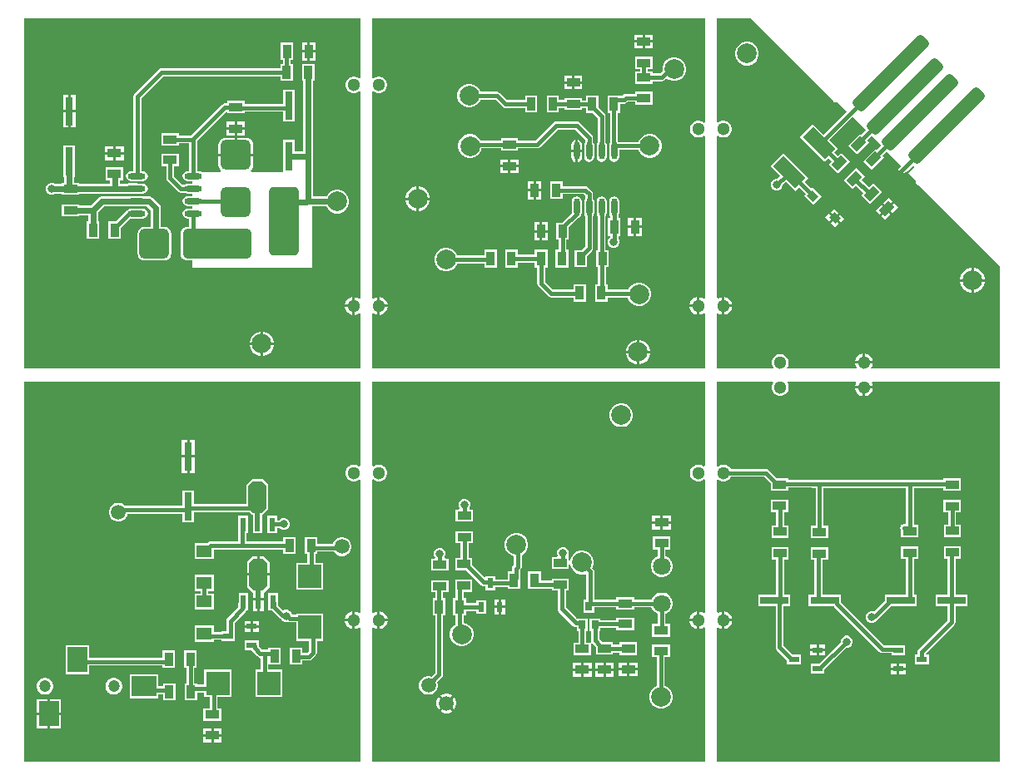
<source format=gtl>
G04*
G04 #@! TF.GenerationSoftware,Altium Limited,Altium Designer,22.6.1 (34)*
G04*
G04 Layer_Physical_Order=1*
G04 Layer_Color=2441676*
%FSLAX44Y44*%
%MOMM*%
G71*
G04*
G04 #@! TF.SameCoordinates,B2E29BDE-533A-453F-A1E7-46E19EE0E789*
G04*
G04*
G04 #@! TF.FilePolarity,Positive*
G04*
G01*
G75*
%ADD11C,0.6000*%
%ADD55R,0.8500X1.3500*%
%ADD56R,2.5000X2.0000*%
%ADD57R,2.0000X2.5000*%
%ADD58R,1.3500X0.8500*%
%ADD59R,0.8000X2.8500*%
%ADD60R,0.8000X2.8500*%
%ADD61R,1.4000X0.9000*%
G04:AMPARAMS|DCode=62|XSize=3mm|YSize=3mm|CornerRadius=0.45mm|HoleSize=0mm|Usage=FLASHONLY|Rotation=0.000|XOffset=0mm|YOffset=0mm|HoleType=Round|Shape=RoundedRectangle|*
%AMROUNDEDRECTD62*
21,1,3.0000,2.1000,0,0,0.0*
21,1,2.1000,3.0000,0,0,0.0*
1,1,0.9000,1.0500,-1.0500*
1,1,0.9000,-1.0500,-1.0500*
1,1,0.9000,-1.0500,1.0500*
1,1,0.9000,1.0500,1.0500*
%
%ADD62ROUNDEDRECTD62*%
G04:AMPARAMS|DCode=63|XSize=7mm|YSize=3mm|CornerRadius=0.45mm|HoleSize=0mm|Usage=FLASHONLY|Rotation=0.000|XOffset=0mm|YOffset=0mm|HoleType=Round|Shape=RoundedRectangle|*
%AMROUNDEDRECTD63*
21,1,7.0000,2.1000,0,0,0.0*
21,1,6.1000,3.0000,0,0,0.0*
1,1,0.9000,3.0500,-1.0500*
1,1,0.9000,-3.0500,-1.0500*
1,1,0.9000,-3.0500,1.0500*
1,1,0.9000,3.0500,1.0500*
%
%ADD63ROUNDEDRECTD63*%
G04:AMPARAMS|DCode=64|XSize=3mm|YSize=7mm|CornerRadius=0.45mm|HoleSize=0mm|Usage=FLASHONLY|Rotation=0.000|XOffset=0mm|YOffset=0mm|HoleType=Round|Shape=RoundedRectangle|*
%AMROUNDEDRECTD64*
21,1,3.0000,6.1000,0,0,0.0*
21,1,2.1000,7.0000,0,0,0.0*
1,1,0.9000,1.0500,-3.0500*
1,1,0.9000,-1.0500,-3.0500*
1,1,0.9000,-1.0500,3.0500*
1,1,0.9000,1.0500,3.0500*
%
%ADD64ROUNDEDRECTD64*%
%ADD65O,1.8000X0.6000*%
%ADD66R,2.8500X0.8000*%
%ADD67R,2.8500X0.8000*%
G04:AMPARAMS|DCode=68|XSize=0.75mm|YSize=0.9mm|CornerRadius=0mm|HoleSize=0mm|Usage=FLASHONLY|Rotation=225.000|XOffset=0mm|YOffset=0mm|HoleType=Round|Shape=Rectangle|*
%AMROTATEDRECTD68*
4,1,4,-0.0530,0.5834,0.5834,-0.0530,0.0530,-0.5834,-0.5834,0.0530,-0.0530,0.5834,0.0*
%
%ADD68ROTATEDRECTD68*%

%ADD69R,2.3500X2.3500*%
%ADD70R,2.3500X2.3500*%
%ADD71R,1.6000X1.2500*%
%ADD72R,0.9000X1.4000*%
%ADD73R,1.0000X0.6000*%
%ADD74R,0.7000X0.9000*%
G04:AMPARAMS|DCode=75|XSize=1.8mm|YSize=3.2mm|CornerRadius=0mm|HoleSize=0mm|Usage=FLASHONLY|Rotation=180.000|XOffset=0mm|YOffset=0mm|HoleType=Round|Shape=Octagon|*
%AMOCTAGOND75*
4,1,8,0.4500,-1.6000,-0.4500,-1.6000,-0.9000,-1.1500,-0.9000,1.1500,-0.4500,1.6000,0.4500,1.6000,0.9000,1.1500,0.9000,-1.1500,0.4500,-1.6000,0.0*
%
%ADD75OCTAGOND75*%

%ADD76R,0.6000X2.0000*%
%ADD77R,0.6000X1.4000*%
G04:AMPARAMS|DCode=78|XSize=1.5mm|YSize=10mm|CornerRadius=0.375mm|HoleSize=0mm|Usage=FLASHONLY|Rotation=135.000|XOffset=0mm|YOffset=0mm|HoleType=Round|Shape=RoundedRectangle|*
%AMROUNDEDRECTD78*
21,1,1.5000,9.2500,0,0,135.0*
21,1,0.7500,10.0000,0,0,135.0*
1,1,0.7500,3.0052,3.5355*
1,1,0.7500,3.5355,3.0052*
1,1,0.7500,-3.0052,-3.5355*
1,1,0.7500,-3.5355,-3.0052*
%
%ADD78ROUNDEDRECTD78*%
G04:AMPARAMS|DCode=79|XSize=1.5mm|YSize=3.2mm|CornerRadius=0mm|HoleSize=0mm|Usage=FLASHONLY|Rotation=45.000|XOffset=0mm|YOffset=0mm|HoleType=Round|Shape=Rectangle|*
%AMROTATEDRECTD79*
4,1,4,0.6010,-1.6617,-1.6617,0.6010,-0.6010,1.6617,1.6617,-0.6010,0.6010,-1.6617,0.0*
%
%ADD79ROTATEDRECTD79*%

G04:AMPARAMS|DCode=80|XSize=1.35mm|YSize=0.85mm|CornerRadius=0mm|HoleSize=0mm|Usage=FLASHONLY|Rotation=45.000|XOffset=0mm|YOffset=0mm|HoleType=Round|Shape=Rectangle|*
%AMROTATEDRECTD80*
4,1,4,-0.1768,-0.7778,-0.7778,-0.1768,0.1768,0.7778,0.7778,0.1768,-0.1768,-0.7778,0.0*
%
%ADD80ROTATEDRECTD80*%

%ADD81O,0.6000X1.8000*%
%ADD82R,0.6000X1.0000*%
%ADD83C,0.4000*%
%ADD84C,1.3000*%
%ADD85C,1.2000*%
%ADD86C,2.0000*%
%ADD87C,1.8000*%
%ADD88C,1.5000*%
%ADD89C,0.8000*%
G36*
X343863Y702067D02*
X342690Y701581D01*
X342469Y701802D01*
X340531Y702921D01*
X338369Y703500D01*
X336131D01*
X333969Y702921D01*
X332031Y701802D01*
X330448Y700219D01*
X329329Y698281D01*
X328750Y696119D01*
Y693881D01*
X329329Y691719D01*
X330448Y689781D01*
X332031Y688198D01*
X333969Y687079D01*
X336131Y686500D01*
X338369D01*
X340531Y687079D01*
X342469Y688198D01*
X342690Y688419D01*
X343863Y687933D01*
Y477777D01*
X342593Y477354D01*
X340739Y478424D01*
X338520Y479019D01*
Y470000D01*
Y460981D01*
X340739Y461576D01*
X342593Y462646D01*
X343863Y462223D01*
Y406060D01*
X2299D01*
Y763057D01*
X343863D01*
Y702067D01*
D02*
G37*
G36*
X694258Y657022D02*
X693084Y656536D01*
X692819Y656802D01*
X690881Y657921D01*
X688719Y658500D01*
X686481D01*
X684319Y657921D01*
X682381Y656802D01*
X680798Y655219D01*
X679679Y653281D01*
X679100Y651119D01*
Y648881D01*
X679679Y646719D01*
X680798Y644781D01*
X682381Y643198D01*
X684319Y642079D01*
X686481Y641500D01*
X688719D01*
X690881Y642079D01*
X692819Y643198D01*
X693084Y643464D01*
X694258Y642978D01*
Y477785D01*
X693654Y477535D01*
X692988Y477360D01*
X691011Y478501D01*
X688792Y479095D01*
Y470077D01*
Y461058D01*
X691011Y461653D01*
X692988Y462794D01*
X693654Y462619D01*
X694258Y462369D01*
Y406060D01*
X356060D01*
Y462193D01*
X357330Y462633D01*
X359161Y461576D01*
X361380Y460981D01*
Y470000D01*
Y479019D01*
X359161Y478424D01*
X357330Y477367D01*
X356060Y477807D01*
Y687910D01*
X357233Y688396D01*
X357431Y688198D01*
X359369Y687079D01*
X361531Y686500D01*
X363769D01*
X365931Y687079D01*
X367869Y688198D01*
X369452Y689781D01*
X370571Y691719D01*
X371150Y693881D01*
Y696119D01*
X370571Y698281D01*
X369452Y700219D01*
X367869Y701802D01*
X365931Y702921D01*
X363769Y703500D01*
X361531D01*
X359369Y702921D01*
X357431Y701802D01*
X357233Y701604D01*
X356060Y702090D01*
Y763057D01*
X694258D01*
Y657022D01*
D02*
G37*
G36*
X823647Y680942D02*
X823891Y679716D01*
X824775Y678393D01*
X826098Y677509D01*
X827658Y677199D01*
X829219Y677509D01*
X829317Y677575D01*
X838605Y668286D01*
X815031Y644713D01*
X804212Y655532D01*
X790776Y642097D01*
X816232Y616641D01*
X820066Y620475D01*
X823658Y616883D01*
X820355Y613579D01*
X829194Y604740D01*
X841568Y617115D01*
X832729Y625954D01*
X829426Y622650D01*
X825834Y626242D01*
X829667Y630076D01*
X820799Y638945D01*
X844373Y662519D01*
X857793Y649098D01*
X853213Y644518D01*
X852211Y645520D01*
X839837Y633145D01*
X848676Y624307D01*
X861050Y636681D01*
X858981Y638750D01*
X863561Y643330D01*
X873250Y633641D01*
X873534Y633216D01*
X869025Y628706D01*
X867767Y629963D01*
X855393Y617589D01*
X864232Y608750D01*
X876606Y621124D01*
X874792Y622938D01*
X878622Y626768D01*
X880242Y626650D01*
X885940Y620951D01*
X893108Y613784D01*
X893192Y612072D01*
X890692Y609572D01*
X890890Y608582D01*
X891893Y607080D01*
X893395Y606076D01*
X895166Y605724D01*
X897240D01*
X897241Y605724D01*
X898662Y606007D01*
X899773Y607118D01*
X900093Y606799D01*
X900514Y607080D01*
X905871Y612437D01*
X906738Y612142D01*
X907000Y610792D01*
X901543Y605349D01*
X904728Y602163D01*
X908809Y598083D01*
X908743Y597985D01*
X908433Y596424D01*
X908743Y594864D01*
X909628Y593540D01*
X910951Y592656D01*
X912177Y592412D01*
X994143Y510446D01*
Y406060D01*
X864002D01*
X863453Y407330D01*
X864424Y409011D01*
X865019Y411230D01*
X856000D01*
X846981D01*
X847576Y409011D01*
X848547Y407330D01*
X847998Y406060D01*
X778240D01*
X777993Y406654D01*
X777830Y407330D01*
X778921Y409219D01*
X779500Y411381D01*
Y413619D01*
X778921Y415781D01*
X777802Y417719D01*
X776219Y419302D01*
X774281Y420421D01*
X772119Y421000D01*
X769881D01*
X767719Y420421D01*
X765781Y419302D01*
X764198Y417719D01*
X763079Y415781D01*
X762500Y413619D01*
Y411381D01*
X763079Y409219D01*
X764170Y407330D01*
X764007Y406654D01*
X763760Y406060D01*
X706477D01*
Y462081D01*
X707747Y462626D01*
X709433Y461653D01*
X711652Y461058D01*
Y470077D01*
Y479095D01*
X709433Y478501D01*
X707747Y477528D01*
X706477Y478072D01*
Y642843D01*
X707650Y643329D01*
X707781Y643198D01*
X709719Y642079D01*
X711881Y641500D01*
X714119D01*
X716281Y642079D01*
X718219Y643198D01*
X719802Y644781D01*
X720921Y646719D01*
X721500Y648881D01*
Y651119D01*
X720921Y653281D01*
X719802Y655219D01*
X718219Y656802D01*
X716281Y657921D01*
X714119Y658500D01*
X711881D01*
X709719Y657921D01*
X707781Y656802D01*
X707650Y656671D01*
X706477Y657157D01*
Y763057D01*
X741532D01*
X823647Y680942D01*
D02*
G37*
G36*
X994143Y6213D02*
X706477D01*
Y142106D01*
X707747Y142594D01*
X709511Y141576D01*
X711730Y140981D01*
Y150000D01*
Y159019D01*
X709511Y158424D01*
X707747Y157406D01*
X706477Y157894D01*
Y292843D01*
X707650Y293329D01*
X707781Y293198D01*
X709719Y292079D01*
X711881Y291500D01*
X714119D01*
X716281Y292079D01*
X718219Y293198D01*
X719802Y294781D01*
X720460Y295922D01*
X754442D01*
X761618Y288745D01*
Y282013D01*
X779118D01*
Y284943D01*
X803108D01*
X803520Y284861D01*
X806922D01*
Y246250D01*
X802250D01*
Y233750D01*
X819750D01*
Y246250D01*
X815078D01*
Y284861D01*
X898601D01*
Y247811D01*
X897048D01*
X897047Y247811D01*
X895487Y247500D01*
X894830Y247062D01*
X893930D01*
Y246266D01*
X893279Y245293D01*
X892969Y243732D01*
X893279Y242172D01*
X893930Y241199D01*
Y234562D01*
X911430D01*
Y247062D01*
X906758D01*
Y284861D01*
X936932D01*
Y281746D01*
X954432D01*
Y294246D01*
X936932D01*
Y293018D01*
X803933D01*
X803520Y293100D01*
X779118D01*
Y294513D01*
X767386D01*
X759015Y302884D01*
X757692Y303768D01*
X756131Y304078D01*
X756131Y304078D01*
X720460D01*
X719802Y305219D01*
X718219Y306802D01*
X716281Y307921D01*
X714119Y308500D01*
X711881D01*
X709719Y307921D01*
X707781Y306802D01*
X707650Y306671D01*
X706477Y307157D01*
Y393045D01*
X763216D01*
X763884Y391774D01*
X763079Y390381D01*
X762500Y388219D01*
Y385981D01*
X763079Y383819D01*
X764198Y381881D01*
X765781Y380298D01*
X767719Y379179D01*
X769881Y378600D01*
X772119D01*
X774281Y379179D01*
X776219Y380298D01*
X777802Y381881D01*
X778921Y383819D01*
X779500Y385981D01*
Y388219D01*
X778921Y390381D01*
X778116Y391774D01*
X778784Y393045D01*
X847527D01*
X848260Y391774D01*
X847576Y390589D01*
X846981Y388370D01*
X856000D01*
X865019D01*
X864424Y390589D01*
X863740Y391774D01*
X864473Y393045D01*
X994143D01*
Y6213D01*
D02*
G37*
G36*
X343863Y307167D02*
X342690Y306681D01*
X342569Y306802D01*
X340631Y307921D01*
X338469Y308500D01*
X336231D01*
X334069Y307921D01*
X332131Y306802D01*
X330548Y305219D01*
X329429Y303281D01*
X328850Y301119D01*
Y298881D01*
X329429Y296719D01*
X330548Y294781D01*
X332131Y293198D01*
X334069Y292079D01*
X336231Y291500D01*
X338469D01*
X340631Y292079D01*
X342569Y293198D01*
X342690Y293319D01*
X343863Y292833D01*
Y157777D01*
X342593Y157354D01*
X340739Y158424D01*
X338520Y159019D01*
Y150000D01*
Y140981D01*
X340739Y141576D01*
X342593Y142646D01*
X343863Y142223D01*
Y6213D01*
X2299D01*
Y393045D01*
X343863D01*
Y307167D01*
D02*
G37*
G36*
X694258Y307022D02*
X693084Y306537D01*
X692819Y306802D01*
X690881Y307921D01*
X688719Y308500D01*
X686481D01*
X684319Y307921D01*
X682381Y306802D01*
X680798Y305219D01*
X679679Y303281D01*
X679100Y301119D01*
Y298881D01*
X679679Y296719D01*
X680798Y294781D01*
X682381Y293198D01*
X684319Y292079D01*
X686481Y291500D01*
X688719D01*
X690881Y292079D01*
X692819Y293198D01*
X693084Y293463D01*
X694258Y292978D01*
Y157719D01*
X692988Y157328D01*
X691089Y158424D01*
X688870Y159019D01*
Y150000D01*
Y140981D01*
X691089Y141576D01*
X692988Y142672D01*
X694258Y142281D01*
Y6213D01*
X356060D01*
Y142193D01*
X357330Y142633D01*
X359161Y141576D01*
X361380Y140981D01*
Y150000D01*
Y159019D01*
X359161Y158424D01*
X357330Y157367D01*
X356060Y157807D01*
Y293010D01*
X357233Y293496D01*
X357531Y293198D01*
X359469Y292079D01*
X361631Y291500D01*
X363869D01*
X366031Y292079D01*
X367969Y293198D01*
X369552Y294781D01*
X370671Y296719D01*
X371250Y298881D01*
Y301119D01*
X370671Y303281D01*
X369552Y305219D01*
X367969Y306802D01*
X366031Y307921D01*
X363869Y308500D01*
X361631D01*
X359469Y307921D01*
X357531Y306802D01*
X357233Y306504D01*
X356060Y306990D01*
Y393045D01*
X694258D01*
Y307022D01*
D02*
G37*
%LPC*%
G36*
X298214Y738551D02*
X292694D01*
Y730531D01*
X298214D01*
Y738551D01*
D02*
G37*
G36*
X290154D02*
X284634D01*
Y730531D01*
X290154D01*
Y738551D01*
D02*
G37*
G36*
X298214Y727991D02*
X292694D01*
Y719971D01*
X298214D01*
Y727991D01*
D02*
G37*
G36*
X290154D02*
X284634D01*
Y719971D01*
X290154D01*
Y727991D01*
D02*
G37*
G36*
X275674Y738011D02*
X263174D01*
Y720511D01*
X265095D01*
Y716453D01*
X262672D01*
Y712033D01*
X141906D01*
X141906Y712033D01*
X140346Y711722D01*
X139023Y710838D01*
X114434Y686250D01*
X113550Y684927D01*
X113240Y683366D01*
X113240Y683366D01*
Y607261D01*
X110687D01*
X108736Y606873D01*
X107082Y605768D01*
X105977Y604114D01*
X105589Y602163D01*
X105977Y600213D01*
X107082Y598559D01*
X108736Y597453D01*
X110687Y597066D01*
X122687D01*
X124638Y597453D01*
X126292Y598559D01*
X127397Y600213D01*
X127785Y602163D01*
X127397Y604114D01*
X126292Y605768D01*
X124638Y606873D01*
X122687Y607261D01*
X121397D01*
Y681677D01*
X143596Y703876D01*
X262672D01*
Y698953D01*
X275172D01*
Y716453D01*
X273251D01*
Y720511D01*
X275674D01*
Y738011D01*
D02*
G37*
G36*
X54525Y685193D02*
X49255D01*
Y669673D01*
X54525D01*
Y685193D01*
D02*
G37*
G36*
X46715D02*
X41445D01*
Y669673D01*
X46715D01*
Y685193D01*
D02*
G37*
G36*
X297171Y716453D02*
X284671D01*
Y698953D01*
X285725D01*
Y627752D01*
X277382D01*
Y638904D01*
X265382D01*
Y606609D01*
X232958D01*
X232527Y607879D01*
X232776Y608069D01*
X233904Y609540D01*
X234614Y611253D01*
X234856Y613090D01*
Y622320D01*
X199654D01*
Y613090D01*
X199896Y611253D01*
X200606Y609540D01*
X201734Y608069D01*
X201983Y607879D01*
X201551Y606609D01*
X182534D01*
X182138Y606873D01*
X180187Y607261D01*
X178064D01*
Y638430D01*
X207385Y667751D01*
X208655Y667225D01*
Y666386D01*
X226155D01*
Y667665D01*
X265382D01*
Y657654D01*
X277382D01*
Y690154D01*
X265382D01*
Y675821D01*
X226155D01*
Y678886D01*
X208655D01*
Y676327D01*
X206115D01*
X206115Y676327D01*
X204554Y676016D01*
X203231Y675132D01*
X203231Y675132D01*
X171798Y643699D01*
X159543D01*
Y646121D01*
X141543D01*
Y633121D01*
X159543D01*
Y635543D01*
X169907D01*
Y607261D01*
X168187D01*
X166236Y606873D01*
X164582Y605768D01*
X163477Y604114D01*
X163089Y602164D01*
X163477Y600213D01*
X164582Y598559D01*
X166236Y597454D01*
X168187Y597066D01*
X173326D01*
Y594561D01*
X168187D01*
X166236Y594173D01*
X165291Y593542D01*
X162921D01*
X154622Y601841D01*
Y612121D01*
X159543D01*
Y625121D01*
X141543D01*
Y612121D01*
X146465D01*
Y600152D01*
X146465Y600151D01*
X146775Y598591D01*
X147660Y597268D01*
X158348Y586580D01*
X159671Y585695D01*
X161231Y585385D01*
X165291D01*
X166236Y584753D01*
X168187Y584366D01*
X173326D01*
Y581861D01*
X168187D01*
X166236Y581473D01*
X164582Y580368D01*
X163477Y578714D01*
X163089Y576763D01*
X163477Y574813D01*
X164582Y573159D01*
X166236Y572054D01*
X168187Y571665D01*
X173326D01*
Y569161D01*
X168187D01*
X166236Y568773D01*
X164582Y567668D01*
X163477Y566014D01*
X163089Y564063D01*
X163477Y562113D01*
X164582Y560459D01*
X166236Y559353D01*
X168187Y558965D01*
X170108D01*
Y550180D01*
X167622D01*
X165926Y549957D01*
X164344Y549302D01*
X162987Y548260D01*
X161945Y546902D01*
X161290Y545321D01*
X161066Y543624D01*
Y522624D01*
X161290Y520927D01*
X161945Y519346D01*
X162987Y517988D01*
X164344Y516946D01*
X165926Y516291D01*
X167622Y516068D01*
X173326D01*
Y509024D01*
X294865D01*
Y571086D01*
X309495D01*
X310806Y568815D01*
X313040Y566581D01*
X315776Y565001D01*
X318828Y564184D01*
X321988D01*
X325040Y565001D01*
X327776Y566581D01*
X330011Y568815D01*
X331590Y571552D01*
X332408Y574604D01*
Y577763D01*
X331590Y580815D01*
X330011Y583552D01*
X327776Y585786D01*
X325040Y587366D01*
X321988Y588184D01*
X318828D01*
X315776Y587366D01*
X313040Y585786D01*
X310806Y583552D01*
X309495Y581282D01*
X295921D01*
Y622654D01*
X295921Y622654D01*
Y698953D01*
X297171D01*
Y716453D01*
D02*
G37*
G36*
X226695Y657426D02*
X218675D01*
Y651906D01*
X226695D01*
Y657426D01*
D02*
G37*
G36*
X216135D02*
X208115D01*
Y651906D01*
X216135D01*
Y657426D01*
D02*
G37*
G36*
X54525Y667133D02*
X49255D01*
Y651613D01*
X54525D01*
Y667133D01*
D02*
G37*
G36*
X46715D02*
X41445D01*
Y651613D01*
X46715D01*
Y667133D01*
D02*
G37*
G36*
X226695Y649366D02*
X218675D01*
Y643846D01*
X226695D01*
Y649366D01*
D02*
G37*
G36*
X216135D02*
X208115D01*
Y643846D01*
X216135D01*
Y649366D01*
D02*
G37*
G36*
X103248Y632446D02*
X94978D01*
Y626676D01*
X103248D01*
Y632446D01*
D02*
G37*
G36*
X92438D02*
X84168D01*
Y626676D01*
X92438D01*
Y632446D01*
D02*
G37*
G36*
X227755Y641191D02*
X218525D01*
Y624860D01*
X234856D01*
Y634090D01*
X234614Y635928D01*
X233904Y637641D01*
X232776Y639111D01*
X231305Y640240D01*
X229593Y640949D01*
X227755Y641191D01*
D02*
G37*
G36*
X215985D02*
X206755D01*
X204917Y640949D01*
X203205Y640240D01*
X201734Y639111D01*
X200606Y637641D01*
X199896Y635928D01*
X199654Y634090D01*
Y624860D01*
X215985D01*
Y641191D01*
D02*
G37*
G36*
X103248Y624136D02*
X94978D01*
Y618366D01*
X103248D01*
Y624136D01*
D02*
G37*
G36*
X92438D02*
X84168D01*
Y618366D01*
X92438D01*
Y624136D01*
D02*
G37*
G36*
X53985Y633403D02*
X41985D01*
Y600903D01*
X42887D01*
Y595555D01*
X40555D01*
Y594438D01*
X33574D01*
X33551Y594462D01*
X31345Y595376D01*
X28958D01*
X26753Y594462D01*
X25065Y592774D01*
X24152Y590569D01*
Y588182D01*
X25065Y585977D01*
X26753Y584289D01*
X28958Y583376D01*
X31345D01*
X33438Y584242D01*
X40555D01*
Y583055D01*
X58055D01*
Y584207D01*
X58828D01*
X59626Y584366D01*
X108890D01*
X109788Y584544D01*
X110687Y584366D01*
X122687D01*
X124638Y584753D01*
X126292Y585859D01*
X127397Y587513D01*
X127785Y589463D01*
X127397Y591414D01*
X126292Y593068D01*
X124638Y594173D01*
X122687Y594561D01*
X118228D01*
X116304Y594944D01*
X108890D01*
X106966Y594561D01*
X99342D01*
Y597905D01*
X102708D01*
Y610905D01*
X84708D01*
Y597905D01*
X89146D01*
Y594561D01*
X58987D01*
X58055Y595555D01*
Y595555D01*
X53083D01*
Y600903D01*
X53985D01*
Y633403D01*
D02*
G37*
G36*
X128914Y581861D02*
X110687D01*
X108970Y581520D01*
X81157D01*
X79206Y581132D01*
X77552Y580027D01*
X69928Y572403D01*
X58055D01*
Y573555D01*
X40555D01*
Y561055D01*
X58055D01*
Y562207D01*
X66942D01*
Y555956D01*
X65883D01*
Y538456D01*
X78383D01*
Y555956D01*
X77138D01*
Y565193D01*
X83268Y571324D01*
X116345D01*
X118062Y571665D01*
X126803D01*
X130938Y567530D01*
Y550459D01*
X124052D01*
X122355Y550235D01*
X120774Y549580D01*
X119417Y548539D01*
X118375Y547181D01*
X117720Y545600D01*
X117496Y543903D01*
Y522903D01*
X117720Y521206D01*
X118375Y519625D01*
X119417Y518267D01*
X120774Y517225D01*
X122355Y516570D01*
X124052Y516347D01*
X145052D01*
X146749Y516570D01*
X148330Y517225D01*
X149688Y518267D01*
X150730Y519625D01*
X151385Y521206D01*
X151608Y522903D01*
Y543903D01*
X151385Y545600D01*
X150730Y547181D01*
X149688Y548539D01*
X148330Y549580D01*
X146749Y550235D01*
X145052Y550459D01*
X141134D01*
Y569641D01*
X140746Y571592D01*
X139641Y573246D01*
X132519Y580368D01*
X130865Y581473D01*
X128914Y581861D01*
D02*
G37*
G36*
X122687Y569161D02*
X110687D01*
X108736Y568773D01*
X107082Y567668D01*
X106936Y567449D01*
X106932Y567449D01*
X105609Y566565D01*
X105609Y566564D01*
X95000Y555956D01*
X87883D01*
Y538456D01*
X100383D01*
Y549804D01*
X109734Y559155D01*
X110687Y558965D01*
X122687D01*
X124638Y559353D01*
X126292Y560459D01*
X127397Y562113D01*
X127785Y564063D01*
X127397Y566014D01*
X126292Y567668D01*
X124638Y568773D01*
X122687Y569161D01*
D02*
G37*
G36*
X335980Y479019D02*
X333761Y478424D01*
X331699Y477234D01*
X330016Y475551D01*
X328826Y473489D01*
X328231Y471270D01*
X335980D01*
Y479019D01*
D02*
G37*
G36*
Y468730D02*
X328231D01*
X328826Y466511D01*
X330016Y464449D01*
X331699Y462766D01*
X333761Y461576D01*
X335980Y460981D01*
Y468730D01*
D02*
G37*
G36*
X245354Y443914D02*
X244973D01*
Y432644D01*
X256243D01*
Y433025D01*
X255389Y436214D01*
X253738Y439074D01*
X251403Y441408D01*
X248544Y443059D01*
X245354Y443914D01*
D02*
G37*
G36*
X242433D02*
X242052D01*
X238863Y443059D01*
X236004Y441408D01*
X233669Y439074D01*
X232018Y436214D01*
X231163Y433025D01*
Y432644D01*
X242433D01*
Y443914D01*
D02*
G37*
G36*
X256243Y430104D02*
X244973D01*
Y418834D01*
X245354D01*
X248544Y419688D01*
X251403Y421339D01*
X253738Y423674D01*
X255389Y426534D01*
X256243Y429723D01*
Y430104D01*
D02*
G37*
G36*
X242433D02*
X231163D01*
Y429723D01*
X232018Y426534D01*
X233669Y423674D01*
X236004Y421339D01*
X238863Y419688D01*
X242052Y418834D01*
X242433D01*
Y430104D01*
D02*
G37*
G36*
X641547Y746280D02*
X633527D01*
Y740760D01*
X641547D01*
Y746280D01*
D02*
G37*
G36*
X630987D02*
X622967D01*
Y740760D01*
X630987D01*
Y746280D01*
D02*
G37*
G36*
X641547Y738220D02*
X633527D01*
Y732700D01*
X641547D01*
Y738220D01*
D02*
G37*
G36*
X630987D02*
X622967D01*
Y732700D01*
X630987D01*
Y738220D01*
D02*
G37*
G36*
X641007Y723740D02*
X623507D01*
Y711240D01*
X628178D01*
Y708948D01*
X623257D01*
Y695948D01*
X641257D01*
Y698745D01*
X650580D01*
X650580Y698745D01*
X652141Y699055D01*
X653464Y699939D01*
X655359Y701835D01*
X655758Y701437D01*
X658494Y699857D01*
X661546Y699040D01*
X664706D01*
X667758Y699857D01*
X670494Y701437D01*
X672728Y703671D01*
X674308Y706408D01*
X675126Y709460D01*
Y712619D01*
X674308Y715671D01*
X672728Y718408D01*
X670494Y720642D01*
X667758Y722222D01*
X664706Y723040D01*
X661546D01*
X658494Y722222D01*
X655758Y720642D01*
X653523Y718408D01*
X651944Y715671D01*
X651126Y712619D01*
Y709460D01*
X651194Y709205D01*
X648891Y706902D01*
X641257D01*
Y708948D01*
X636335D01*
Y711240D01*
X641007D01*
Y723740D01*
D02*
G37*
G36*
X569726Y704364D02*
X561706D01*
Y698844D01*
X569726D01*
Y704364D01*
D02*
G37*
G36*
X559166D02*
X551146D01*
Y698844D01*
X559166D01*
Y704364D01*
D02*
G37*
G36*
X569726Y696304D02*
X561706D01*
Y690784D01*
X569726D01*
Y696304D01*
D02*
G37*
G36*
X559166D02*
X551146D01*
Y690784D01*
X559166D01*
Y696304D01*
D02*
G37*
G36*
X641257Y687948D02*
X623257D01*
Y685954D01*
X614052D01*
X614052Y685954D01*
X612491Y685644D01*
X611168Y684760D01*
X611168Y684760D01*
X610447Y684039D01*
X604052D01*
X603658Y683960D01*
X595552D01*
Y666460D01*
X597723D01*
Y636356D01*
X597357Y635807D01*
X596968Y633857D01*
Y621857D01*
X597357Y619906D01*
X598462Y618252D01*
X600116Y617147D01*
X602066Y616759D01*
X604017Y617147D01*
X605671Y618252D01*
X606776Y619906D01*
X607164Y621857D01*
Y628873D01*
X626889D01*
X627037Y628320D01*
X628617Y625583D01*
X630851Y623349D01*
X633587Y621769D01*
X636639Y620951D01*
X639799D01*
X642851Y621769D01*
X645587Y623349D01*
X647822Y625583D01*
X649401Y628320D01*
X650219Y631372D01*
Y634531D01*
X649401Y637583D01*
X647822Y640320D01*
X645587Y642554D01*
X642851Y644134D01*
X639799Y644951D01*
X636639D01*
X633587Y644134D01*
X630851Y642554D01*
X628617Y640320D01*
X627037Y637583D01*
X626889Y637030D01*
X605960D01*
X605880Y637149D01*
Y666460D01*
X608052D01*
Y675882D01*
X612136D01*
X612136Y675882D01*
X613697Y676192D01*
X615020Y677076D01*
X615741Y677797D01*
X623257D01*
Y674948D01*
X641257D01*
Y687948D01*
D02*
G37*
G36*
X456256Y696042D02*
X453096D01*
X450044Y695224D01*
X447308Y693644D01*
X445073Y691410D01*
X443494Y688674D01*
X442676Y685622D01*
Y682462D01*
X443494Y679410D01*
X445073Y676674D01*
X447308Y674439D01*
X450044Y672860D01*
X453096Y672042D01*
X456256D01*
X459308Y672860D01*
X462044Y674439D01*
X464278Y676674D01*
X465858Y679410D01*
X466006Y679964D01*
X481334D01*
X488607Y672691D01*
X488607Y672690D01*
X489930Y671806D01*
X491491Y671496D01*
X511508D01*
Y666824D01*
X524008D01*
Y684324D01*
X511508D01*
Y679653D01*
X493180D01*
X485907Y686926D01*
X484584Y687810D01*
X483023Y688120D01*
X483023Y688120D01*
X466006D01*
X465858Y688674D01*
X464278Y691410D01*
X462044Y693644D01*
X459308Y695224D01*
X456256Y696042D01*
D02*
G37*
G36*
X563977Y657826D02*
X563977Y657826D01*
X543013D01*
X543012Y657826D01*
X541452Y657515D01*
X540129Y656631D01*
X540129Y656631D01*
X522079Y638582D01*
X504364D01*
Y640753D01*
X486864D01*
Y638582D01*
X465963D01*
X465057Y640151D01*
X462822Y642385D01*
X460086Y643965D01*
X457034Y644783D01*
X453875D01*
X450822Y643965D01*
X448086Y642385D01*
X445852Y640151D01*
X444272Y637415D01*
X443454Y634363D01*
Y631203D01*
X444272Y628151D01*
X445852Y625415D01*
X448086Y623181D01*
X450822Y621601D01*
X453875Y620783D01*
X457034D01*
X460086Y621601D01*
X462822Y623181D01*
X465057Y625415D01*
X466637Y628151D01*
X467246Y630425D01*
X486864D01*
Y628253D01*
X504364D01*
Y630425D01*
X523768D01*
X523768Y630425D01*
X525329Y630735D01*
X526652Y631619D01*
X544702Y649669D01*
X562288D01*
X572588Y639369D01*
Y636753D01*
X571957Y635807D01*
X571568Y633857D01*
Y621857D01*
X571957Y619906D01*
X573062Y618252D01*
X574716Y617147D01*
X576666Y616759D01*
X578617Y617147D01*
X580271Y618252D01*
X581376Y619906D01*
X581764Y621857D01*
Y633857D01*
X581376Y635807D01*
X580745Y636753D01*
Y641058D01*
X580745Y641058D01*
X580434Y642619D01*
X579550Y643942D01*
X566861Y656631D01*
X565538Y657515D01*
X565279Y657567D01*
X563977Y657826D01*
D02*
G37*
G36*
X565237Y639253D02*
Y629127D01*
X569615D01*
Y633857D01*
X569185Y636018D01*
X567961Y637851D01*
X566128Y639075D01*
X565237Y639253D01*
D02*
G37*
G36*
X562696D02*
X561805Y639075D01*
X559972Y637851D01*
X558748Y636018D01*
X558318Y633857D01*
Y629127D01*
X562696D01*
Y639253D01*
D02*
G37*
G36*
X546008Y684324D02*
X533508D01*
Y666824D01*
X546008D01*
Y671496D01*
X551687D01*
Y669324D01*
X569186D01*
Y671132D01*
X573552D01*
Y666460D01*
X580379D01*
X585288Y661551D01*
Y636753D01*
X584657Y635807D01*
X584268Y633857D01*
Y621857D01*
X584657Y619906D01*
X585762Y618252D01*
X587416Y617147D01*
X589366Y616759D01*
X591317Y617147D01*
X592971Y618252D01*
X594076Y619906D01*
X594464Y621857D01*
Y633857D01*
X594076Y635807D01*
X593445Y636753D01*
Y663241D01*
X593134Y664801D01*
X592250Y666124D01*
X592250Y666124D01*
X586052Y672323D01*
Y683960D01*
X573552D01*
Y679289D01*
X569186D01*
Y681824D01*
X551687D01*
Y679653D01*
X546008D01*
Y684324D01*
D02*
G37*
G36*
X569615Y626587D02*
X565237D01*
Y616461D01*
X566128Y616638D01*
X567961Y617863D01*
X569185Y619695D01*
X569615Y621857D01*
Y626587D01*
D02*
G37*
G36*
X562696D02*
X558318D01*
Y621857D01*
X558748Y619695D01*
X559972Y617863D01*
X561805Y616638D01*
X562696Y616461D01*
Y626587D01*
D02*
G37*
G36*
X504904Y619293D02*
X496884D01*
Y613773D01*
X504904D01*
Y619293D01*
D02*
G37*
G36*
X494344D02*
X486324D01*
Y613773D01*
X494344D01*
Y619293D01*
D02*
G37*
G36*
X504904Y611233D02*
X496884D01*
Y605713D01*
X504904D01*
Y611233D01*
D02*
G37*
G36*
X494344D02*
X486324D01*
Y605713D01*
X494344D01*
Y611233D01*
D02*
G37*
G36*
X527993Y597253D02*
X522473D01*
Y589233D01*
X527993D01*
Y597253D01*
D02*
G37*
G36*
X519933D02*
X514413D01*
Y589233D01*
X519933D01*
Y597253D01*
D02*
G37*
G36*
X403836Y591549D02*
X403455D01*
Y580279D01*
X414725D01*
Y580660D01*
X413870Y583849D01*
X412219Y586709D01*
X409884Y589044D01*
X407025Y590695D01*
X403836Y591549D01*
D02*
G37*
G36*
X400915D02*
X400534D01*
X397344Y590695D01*
X394485Y589044D01*
X392150Y586709D01*
X390499Y583849D01*
X389645Y580660D01*
Y580279D01*
X400915D01*
Y591549D01*
D02*
G37*
G36*
X527993Y586693D02*
X522473D01*
Y578673D01*
X527993D01*
Y586693D01*
D02*
G37*
G36*
X519933D02*
X514413D01*
Y578673D01*
X519933D01*
Y586693D01*
D02*
G37*
G36*
X414725Y577739D02*
X403455D01*
Y566469D01*
X403836D01*
X407025Y567324D01*
X409884Y568975D01*
X412219Y571309D01*
X413870Y574169D01*
X414725Y577358D01*
Y577739D01*
D02*
G37*
G36*
X400915D02*
X389645D01*
Y577358D01*
X390499Y574169D01*
X392150Y571309D01*
X394485Y568975D01*
X397344Y567324D01*
X400534Y566469D01*
X400915D01*
Y577739D01*
D02*
G37*
G36*
X630154Y559891D02*
X624384D01*
Y551621D01*
X630154D01*
Y559891D01*
D02*
G37*
G36*
X621844D02*
X616074D01*
Y551621D01*
X621844D01*
Y559891D01*
D02*
G37*
G36*
X534365Y555241D02*
X528845D01*
Y547221D01*
X534365D01*
Y555241D01*
D02*
G37*
G36*
X526305D02*
X520785D01*
Y547221D01*
X526305D01*
Y555241D01*
D02*
G37*
G36*
X630154Y549081D02*
X624384D01*
Y540811D01*
X630154D01*
Y549081D01*
D02*
G37*
G36*
X621844D02*
X616074D01*
Y540811D01*
X621844D01*
Y549081D01*
D02*
G37*
G36*
X534365Y544681D02*
X528845D01*
Y536661D01*
X534365D01*
Y544681D01*
D02*
G37*
G36*
X526305D02*
X520785D01*
Y536661D01*
X526305D01*
Y544681D01*
D02*
G37*
G36*
X602066Y581455D02*
X600116Y581067D01*
X598462Y579961D01*
X597357Y578307D01*
X596968Y576357D01*
Y564357D01*
X597357Y562406D01*
X598036Y561390D01*
Y559351D01*
X595614D01*
Y541351D01*
X597888D01*
X597974Y540081D01*
X596717Y538824D01*
X595804Y536619D01*
Y534232D01*
X596717Y532026D01*
X598405Y530339D01*
X600610Y529425D01*
X602997D01*
X605203Y530339D01*
X606890Y532026D01*
X607804Y534232D01*
Y536619D01*
X606890Y538824D01*
X606192Y539522D01*
Y541351D01*
X608614D01*
Y559351D01*
X606192D01*
Y561532D01*
X606776Y562406D01*
X607164Y564357D01*
Y576357D01*
X606776Y578307D01*
X605671Y579961D01*
X604017Y581067D01*
X602066Y581455D01*
D02*
G37*
G36*
X549453Y596713D02*
X536953D01*
Y579213D01*
X549453D01*
Y583885D01*
X571054D01*
X572588Y582350D01*
Y579253D01*
X571957Y578307D01*
X571568Y576357D01*
Y564357D01*
X571957Y562406D01*
X572588Y561461D01*
Y530683D01*
X568679Y526774D01*
X561947D01*
Y509274D01*
X574447D01*
Y521006D01*
X579550Y526110D01*
X579550Y526110D01*
X580434Y527433D01*
X580745Y528994D01*
Y561461D01*
X581376Y562406D01*
X581764Y564357D01*
Y576357D01*
X581376Y578307D01*
X580745Y579253D01*
Y584039D01*
X580434Y585600D01*
X579550Y586923D01*
X579550Y586923D01*
X575627Y590847D01*
X574304Y591731D01*
X572743Y592041D01*
X572743Y592041D01*
X549453D01*
Y596713D01*
D02*
G37*
G36*
X432847Y529146D02*
X429687D01*
X426635Y528328D01*
X423899Y526748D01*
X421665Y524514D01*
X420085Y521777D01*
X419267Y518725D01*
Y515566D01*
X420085Y512514D01*
X421665Y509777D01*
X423899Y507543D01*
X426635Y505963D01*
X429687Y505146D01*
X432847D01*
X435899Y505963D01*
X438635Y507543D01*
X440869Y509777D01*
X442449Y512514D01*
X442598Y513067D01*
X470050D01*
Y509173D01*
X483050D01*
Y527173D01*
X470050D01*
Y521224D01*
X442598D01*
X442449Y521777D01*
X440869Y524514D01*
X438635Y526748D01*
X435899Y528328D01*
X432847Y529146D01*
D02*
G37*
G36*
X563966Y581455D02*
X562016Y581067D01*
X560362Y579961D01*
X559257Y578307D01*
X558868Y576357D01*
Y564458D01*
X549112Y554701D01*
X543325D01*
Y537201D01*
X545484D01*
Y527141D01*
X542420D01*
Y509141D01*
X555420D01*
Y527141D01*
X553640D01*
Y537201D01*
X555825D01*
Y548057D01*
X555904Y548451D01*
Y549958D01*
X565512Y559566D01*
X565917Y559647D01*
X567571Y560752D01*
X568676Y562406D01*
X569064Y564357D01*
Y576357D01*
X568676Y578307D01*
X567571Y579961D01*
X565917Y581067D01*
X563966Y581455D01*
D02*
G37*
G36*
X504050Y527173D02*
X491050D01*
Y509173D01*
X504050D01*
Y513946D01*
X512677D01*
X513266Y514063D01*
X521420D01*
Y509141D01*
X523842D01*
Y492872D01*
X523842Y492872D01*
X524152Y491311D01*
X525036Y489988D01*
X535313Y479711D01*
X535313Y479711D01*
X536637Y478827D01*
X538197Y478517D01*
X538198Y478517D01*
X560899D01*
Y474287D01*
X573399D01*
Y491787D01*
X560899D01*
Y486673D01*
X539887D01*
X531998Y494561D01*
Y509141D01*
X534420D01*
Y527141D01*
X521420D01*
Y522220D01*
X512794D01*
X512205Y522102D01*
X504050D01*
Y527173D01*
D02*
G37*
G36*
X686252Y479095D02*
X684033Y478501D01*
X681971Y477311D01*
X680288Y475628D01*
X679098Y473566D01*
X678503Y471347D01*
X686252D01*
Y479095D01*
D02*
G37*
G36*
X363920Y479019D02*
Y471270D01*
X371669D01*
X371074Y473489D01*
X369884Y475551D01*
X368201Y477234D01*
X366139Y478424D01*
X363920Y479019D01*
D02*
G37*
G36*
X589366Y581455D02*
X587416Y581067D01*
X585762Y579961D01*
X584657Y578307D01*
X584268Y576357D01*
Y564357D01*
X584657Y562406D01*
X585288Y561461D01*
Y526774D01*
X583947D01*
Y509274D01*
X585794D01*
Y491787D01*
X582899D01*
Y474287D01*
X595399D01*
Y478759D01*
X615842D01*
X616249Y477241D01*
X617829Y474505D01*
X620063Y472271D01*
X622799Y470691D01*
X625851Y469873D01*
X629011D01*
X632063Y470691D01*
X634799Y472271D01*
X637034Y474505D01*
X638613Y477241D01*
X639431Y480293D01*
Y483453D01*
X638613Y486505D01*
X637034Y489241D01*
X634799Y491475D01*
X632063Y493055D01*
X629011Y493873D01*
X625851D01*
X622799Y493055D01*
X620063Y491475D01*
X617829Y489241D01*
X616486Y486916D01*
X595399D01*
Y491787D01*
X593951D01*
Y509274D01*
X596447D01*
Y526774D01*
X593445D01*
Y561461D01*
X594076Y562406D01*
X594464Y564357D01*
Y576357D01*
X594076Y578307D01*
X592971Y579961D01*
X591317Y581067D01*
X589366Y581455D01*
D02*
G37*
G36*
X686252Y468807D02*
X678503D01*
X679098Y466588D01*
X680288Y464526D01*
X681971Y462843D01*
X684033Y461653D01*
X686252Y461058D01*
Y468807D01*
D02*
G37*
G36*
X371669Y468730D02*
X363920D01*
Y460981D01*
X366139Y461576D01*
X368201Y462766D01*
X369884Y464449D01*
X371074Y466511D01*
X371669Y468730D01*
D02*
G37*
G36*
X628068Y435492D02*
X627687D01*
Y424222D01*
X638957D01*
Y424603D01*
X638102Y427792D01*
X636451Y430652D01*
X634116Y432987D01*
X631257Y434638D01*
X628068Y435492D01*
D02*
G37*
G36*
X625147D02*
X624766D01*
X621576Y434638D01*
X618717Y432987D01*
X616382Y430652D01*
X614731Y427792D01*
X613877Y424603D01*
Y424222D01*
X625147D01*
Y435492D01*
D02*
G37*
G36*
X638957Y421682D02*
X627687D01*
Y410412D01*
X628068D01*
X631257Y411267D01*
X634116Y412918D01*
X636451Y415252D01*
X638102Y418112D01*
X638957Y421301D01*
Y421682D01*
D02*
G37*
G36*
X625147D02*
X613877D01*
Y421301D01*
X614731Y418112D01*
X616382Y415252D01*
X618717Y412918D01*
X621576Y411267D01*
X624766Y410412D01*
X625147D01*
Y421682D01*
D02*
G37*
G36*
X738710Y738879D02*
X735551D01*
X732499Y738061D01*
X729762Y736481D01*
X727528Y734247D01*
X725948Y731511D01*
X725130Y728459D01*
Y725299D01*
X725948Y722247D01*
X727528Y719511D01*
X729762Y717277D01*
X732499Y715697D01*
X735551Y714879D01*
X738710D01*
X741762Y715697D01*
X744499Y717277D01*
X746733Y719511D01*
X748313Y722247D01*
X749130Y725299D01*
Y728459D01*
X748313Y731511D01*
X746733Y734247D01*
X744499Y736481D01*
X741762Y738061D01*
X738710Y738879D01*
D02*
G37*
G36*
X848286Y610397D02*
X835911Y598023D01*
X844750Y589184D01*
X848054Y592487D01*
X855605Y584936D01*
X853352Y582683D01*
X862191Y573844D01*
X874565Y586218D01*
X865726Y595057D01*
X861373Y590704D01*
X853821Y598255D01*
X857125Y601558D01*
X848286Y610397D01*
D02*
G37*
G36*
X774513Y625834D02*
X761078Y612398D01*
X770997Y602480D01*
X768014Y599496D01*
X766588D01*
X764382Y598583D01*
X762695Y596895D01*
X761781Y594690D01*
Y592303D01*
X762695Y590098D01*
X764382Y588410D01*
X766588Y587496D01*
X768975D01*
X771180Y588410D01*
X772868Y590098D01*
X773781Y592303D01*
Y593729D01*
X776764Y596712D01*
X786534Y586943D01*
X790145Y590554D01*
X796820Y583879D01*
X795415Y582474D01*
X804607Y573281D01*
X812739Y581413D01*
X803547Y590605D01*
X802587Y589646D01*
X795912Y596321D01*
X799969Y600378D01*
X774513Y625834D01*
D02*
G37*
G36*
X881282Y580264D02*
X875611Y574593D01*
X879514Y570690D01*
X885185Y576361D01*
X881282Y580264D01*
D02*
G37*
G36*
X886981Y574565D02*
X881311Y568894D01*
X885214Y564991D01*
X890885Y570662D01*
X886981Y574565D01*
D02*
G37*
G36*
X873815Y572797D02*
X868144Y567126D01*
X872047Y563223D01*
X877718Y568894D01*
X873815Y572797D01*
D02*
G37*
G36*
X825820Y569095D02*
X822271Y565546D01*
X826351Y561466D01*
X829901Y565015D01*
X825820Y569095D01*
D02*
G37*
G36*
X879514Y567098D02*
X873843Y561427D01*
X877747Y557524D01*
X883418Y563195D01*
X879514Y567098D01*
D02*
G37*
G36*
X820475Y563750D02*
X816925Y560200D01*
X821005Y556120D01*
X824555Y559669D01*
X820475Y563750D01*
D02*
G37*
G36*
X831697Y563219D02*
X828147Y559669D01*
X832227Y555589D01*
X835777Y559139D01*
X831697Y563219D01*
D02*
G37*
G36*
X826351Y557873D02*
X822801Y554324D01*
X826881Y550244D01*
X830431Y553793D01*
X826351Y557873D01*
D02*
G37*
G36*
X968082Y508638D02*
X967701D01*
Y497368D01*
X978971D01*
Y497749D01*
X978116Y500938D01*
X976465Y503798D01*
X974131Y506133D01*
X971271Y507784D01*
X968082Y508638D01*
D02*
G37*
G36*
X965161D02*
X964780D01*
X961591Y507784D01*
X958731Y506133D01*
X956396Y503798D01*
X954745Y500938D01*
X953891Y497749D01*
Y497368D01*
X965161D01*
Y508638D01*
D02*
G37*
G36*
X978971Y494828D02*
X967701D01*
Y483558D01*
X968082D01*
X971271Y484413D01*
X974131Y486064D01*
X976465Y488398D01*
X978116Y491258D01*
X978971Y494447D01*
Y494828D01*
D02*
G37*
G36*
X965161D02*
X953891D01*
Y494447D01*
X954745Y491258D01*
X956396Y488398D01*
X958731Y486064D01*
X961591Y484413D01*
X964780Y483558D01*
X965161D01*
Y494828D01*
D02*
G37*
G36*
X714192Y479095D02*
Y471347D01*
X721941D01*
X721346Y473566D01*
X720156Y475628D01*
X718473Y477311D01*
X716411Y478501D01*
X714192Y479095D01*
D02*
G37*
G36*
X721941Y468807D02*
X714192D01*
Y461058D01*
X716411Y461653D01*
X718473Y462843D01*
X720156Y464526D01*
X721346Y466588D01*
X721941Y468807D01*
D02*
G37*
G36*
X857270Y421519D02*
Y413770D01*
X865019D01*
X864424Y415989D01*
X863234Y418051D01*
X861551Y419734D01*
X859489Y420924D01*
X857270Y421519D01*
D02*
G37*
G36*
X854730D02*
X852511Y420924D01*
X850449Y419734D01*
X848766Y418051D01*
X847576Y415989D01*
X846981Y413770D01*
X854730D01*
Y421519D01*
D02*
G37*
G36*
X865019Y385830D02*
X857270D01*
Y378081D01*
X859489Y378676D01*
X861551Y379866D01*
X863234Y381549D01*
X864424Y383611D01*
X865019Y385830D01*
D02*
G37*
G36*
X854730D02*
X846981D01*
X847576Y383611D01*
X848766Y381549D01*
X850449Y379866D01*
X852511Y378676D01*
X854730Y378081D01*
Y385830D01*
D02*
G37*
G36*
X954432Y272247D02*
X936932D01*
Y259747D01*
X941603D01*
Y247250D01*
X937250D01*
Y234750D01*
X954750D01*
Y247250D01*
X949760D01*
Y259747D01*
X954432D01*
Y272247D01*
D02*
G37*
G36*
X779118Y272513D02*
X761618D01*
Y260013D01*
X766731D01*
Y246470D01*
X762059D01*
Y233970D01*
X779559D01*
Y246470D01*
X774887D01*
Y260013D01*
X779118D01*
Y272513D01*
D02*
G37*
G36*
X911430Y225062D02*
X893930D01*
Y212562D01*
X898601D01*
Y176000D01*
X877500D01*
Y169768D01*
X866620Y158888D01*
X865431Y159381D01*
X863044D01*
X860838Y158467D01*
X859151Y156779D01*
X858237Y154574D01*
Y152187D01*
X859151Y149982D01*
X860838Y148294D01*
X863044Y147381D01*
X865431D01*
X867636Y148294D01*
X869324Y149982D01*
X869595Y150638D01*
X870530Y151262D01*
X883268Y164000D01*
X910000D01*
Y176000D01*
X906758D01*
Y212562D01*
X911430D01*
Y225062D01*
D02*
G37*
G36*
X714270Y159019D02*
Y151270D01*
X722019D01*
X721424Y153489D01*
X720234Y155551D01*
X718551Y157234D01*
X716489Y158424D01*
X714270Y159019D01*
D02*
G37*
G36*
X722019Y148730D02*
X714270D01*
Y140981D01*
X716489Y141576D01*
X718551Y142766D01*
X720234Y144449D01*
X721424Y146511D01*
X722019Y148730D01*
D02*
G37*
G36*
X816540Y125040D02*
X810270D01*
Y120770D01*
X816540D01*
Y125040D01*
D02*
G37*
G36*
X807730D02*
X801460D01*
Y120770D01*
X807730D01*
Y125040D01*
D02*
G37*
G36*
X819750Y224250D02*
X802250D01*
Y211750D01*
X805701D01*
Y176000D01*
X800000D01*
Y164000D01*
X825452D01*
X825616Y163754D01*
X871753Y117616D01*
X871754Y117616D01*
X873077Y116732D01*
X874637Y116422D01*
X884000D01*
Y114500D01*
X898000D01*
Y124500D01*
X890394D01*
X890000Y124579D01*
X890000Y124579D01*
X876327D01*
X832500Y168405D01*
Y176000D01*
X813858D01*
Y211750D01*
X819750D01*
Y224250D01*
D02*
G37*
G36*
X816540Y118230D02*
X810270D01*
Y113960D01*
X816540D01*
Y118230D01*
D02*
G37*
G36*
X807730D02*
X801460D01*
Y113960D01*
X807730D01*
Y118230D01*
D02*
G37*
G36*
X954750Y225250D02*
X937250D01*
Y212750D01*
X940922D01*
Y176000D01*
X928750D01*
Y164000D01*
X940922D01*
Y149498D01*
X911701Y120278D01*
X910817Y118955D01*
X910507Y117394D01*
X910507Y117394D01*
Y115000D01*
X908000D01*
Y105000D01*
X922000D01*
Y115000D01*
X919755D01*
X919229Y116270D01*
X947884Y144925D01*
X947884Y144925D01*
X948768Y146248D01*
X949078Y147809D01*
Y164000D01*
X961250D01*
Y176000D01*
X949078D01*
Y212750D01*
X954750D01*
Y225250D01*
D02*
G37*
G36*
X779559Y224470D02*
X762059D01*
Y211970D01*
X766731D01*
Y176000D01*
X748750D01*
Y164000D01*
X766316D01*
Y122606D01*
X766316Y122605D01*
X766627Y121045D01*
X767511Y119722D01*
X778000Y109232D01*
Y105000D01*
X792000D01*
Y115000D01*
X784394D01*
X784000Y115078D01*
X784000Y115078D01*
X783689D01*
X774473Y124295D01*
Y164000D01*
X781250D01*
Y176000D01*
X774887D01*
Y211970D01*
X779559D01*
Y224470D01*
D02*
G37*
G36*
X898540Y106040D02*
X892270D01*
Y101770D01*
X898540D01*
Y106040D01*
D02*
G37*
G36*
X889730D02*
X883460D01*
Y101770D01*
X889730D01*
Y106040D01*
D02*
G37*
G36*
X839818Y134203D02*
X837431D01*
X835225Y133290D01*
X833538Y131602D01*
X832624Y129397D01*
Y127892D01*
X810232Y105500D01*
X802000D01*
Y95500D01*
X816000D01*
Y99732D01*
X838471Y122203D01*
X839818D01*
X842023Y123117D01*
X843711Y124805D01*
X844624Y127010D01*
Y129397D01*
X843711Y131602D01*
X842023Y133290D01*
X839818Y134203D01*
D02*
G37*
G36*
X898540Y99230D02*
X892270D01*
Y94960D01*
X898540D01*
Y99230D01*
D02*
G37*
G36*
X889730D02*
X883460D01*
Y94960D01*
X889730D01*
Y99230D01*
D02*
G37*
G36*
X175408Y333635D02*
X170138D01*
Y318115D01*
X175408D01*
Y333635D01*
D02*
G37*
G36*
X167598D02*
X162328D01*
Y318115D01*
X167598D01*
Y333635D01*
D02*
G37*
G36*
X175408Y315575D02*
X170138D01*
Y300055D01*
X175408D01*
Y315575D01*
D02*
G37*
G36*
X167598D02*
X162328D01*
Y300055D01*
X167598D01*
Y315575D01*
D02*
G37*
G36*
X244975Y293502D02*
X233976D01*
X228475Y288002D01*
Y268348D01*
X174868D01*
Y281845D01*
X162868D01*
Y266717D01*
X105843D01*
X105843Y266717D01*
X104905Y266530D01*
X103833Y267602D01*
X101667Y268853D01*
X99251Y269500D01*
X96749D01*
X94333Y268853D01*
X92167Y267602D01*
X90398Y265833D01*
X89147Y263667D01*
X88500Y261251D01*
Y258749D01*
X89147Y256333D01*
X90398Y254167D01*
X92167Y252398D01*
X94333Y251147D01*
X96749Y250500D01*
X99251D01*
X101667Y251147D01*
X103833Y252398D01*
X105602Y254167D01*
X106853Y256333D01*
X107449Y258560D01*
X162868D01*
Y249345D01*
X174868D01*
Y260191D01*
X231286D01*
X233976Y257502D01*
X234475D01*
Y238502D01*
X244475D01*
Y257502D01*
X244975D01*
X250475Y263002D01*
Y288002D01*
X244975Y293502D01*
D02*
G37*
G36*
X259475Y256502D02*
X249475D01*
Y238502D01*
X259475D01*
Y243697D01*
X261615D01*
X262623Y242689D01*
X264828Y241775D01*
X267215D01*
X269421Y242689D01*
X271109Y244377D01*
X272022Y246582D01*
Y248969D01*
X271109Y251174D01*
X269421Y252862D01*
X267215Y253775D01*
X264828D01*
X262623Y252862D01*
X261615Y251854D01*
X259475D01*
Y256502D01*
D02*
G37*
G36*
X229475D02*
X219475D01*
Y238502D01*
X219974D01*
Y230177D01*
X191467D01*
X191467Y230177D01*
X189906Y229867D01*
X188583Y228983D01*
X188327Y228727D01*
X175345D01*
Y212227D01*
X195345D01*
Y222021D01*
X265686D01*
Y217349D01*
X278186D01*
Y234849D01*
X265686D01*
Y230177D01*
X228131D01*
Y238502D01*
X229475D01*
Y256502D01*
D02*
G37*
G36*
X300186Y234849D02*
X287686D01*
Y217349D01*
X289858D01*
Y208496D01*
X278745D01*
Y180996D01*
X306245D01*
Y208496D01*
X298015D01*
Y217349D01*
X300186D01*
Y219730D01*
X317219D01*
X317579Y219108D01*
X319347Y217339D01*
X321514Y216089D01*
X323930Y215441D01*
X326431D01*
X328847Y216089D01*
X331014Y217339D01*
X332782Y219108D01*
X334033Y221274D01*
X334680Y223690D01*
Y226192D01*
X334033Y228608D01*
X332782Y230774D01*
X331014Y232543D01*
X328847Y233794D01*
X326431Y234441D01*
X323930D01*
X321514Y233794D01*
X319347Y232543D01*
X317579Y230774D01*
X316328Y228608D01*
X316135Y227887D01*
X300186D01*
Y234849D01*
D02*
G37*
G36*
X245860Y215245D02*
X241360D01*
Y197975D01*
X251630D01*
Y209475D01*
X245860Y215245D01*
D02*
G37*
G36*
X238820D02*
X234320D01*
X228550Y209475D01*
Y197975D01*
X238820D01*
Y215245D01*
D02*
G37*
G36*
X251630Y195435D02*
X240090D01*
X228550D01*
Y183935D01*
X234320Y178165D01*
X234550D01*
Y172975D01*
X240090D01*
X245630D01*
Y178165D01*
X245860D01*
X251630Y183935D01*
Y195435D01*
D02*
G37*
G36*
X195345Y196227D02*
X175345D01*
Y179727D01*
X181250D01*
Y177191D01*
X175313D01*
Y160691D01*
X195313D01*
Y177191D01*
X189407D01*
Y179727D01*
X195345D01*
Y196227D01*
D02*
G37*
G36*
X245630Y170435D02*
X241360D01*
Y159165D01*
X245630D01*
Y170435D01*
D02*
G37*
G36*
X238820D02*
X234550D01*
Y159165D01*
X238820D01*
Y170435D01*
D02*
G37*
G36*
X335980Y159019D02*
X333761Y158424D01*
X331699Y157234D01*
X330016Y155551D01*
X328826Y153489D01*
X328231Y151270D01*
X335980D01*
Y159019D01*
D02*
G37*
G36*
X241076Y149139D02*
X234806D01*
Y144869D01*
X241076D01*
Y149139D01*
D02*
G37*
G36*
X232266D02*
X225996D01*
Y144869D01*
X232266D01*
Y149139D01*
D02*
G37*
G36*
X335980Y148730D02*
X328231D01*
X328826Y146511D01*
X330016Y144449D01*
X331699Y142766D01*
X333761Y141576D01*
X335980Y140981D01*
Y148730D01*
D02*
G37*
G36*
X230090Y177705D02*
X220090D01*
Y168099D01*
X220012Y167705D01*
X220012Y167705D01*
Y163011D01*
X208974Y151973D01*
X208090Y150650D01*
X207779Y149089D01*
X207779Y149089D01*
Y139099D01*
X202536D01*
Y138177D01*
X195313D01*
Y144691D01*
X175313D01*
Y128191D01*
X195313D01*
Y130021D01*
X202536D01*
Y129099D01*
X216536D01*
Y139099D01*
X215936D01*
Y147400D01*
X226974Y158438D01*
X226974Y158438D01*
X227821Y159705D01*
X230090D01*
Y177705D01*
D02*
G37*
G36*
X241076Y142329D02*
X234806D01*
Y138059D01*
X241076D01*
Y142329D01*
D02*
G37*
G36*
X232266D02*
X225996D01*
Y138059D01*
X232266D01*
Y142329D01*
D02*
G37*
G36*
X260090Y177705D02*
X250090D01*
Y159705D01*
X254322D01*
X261654Y152373D01*
X261654Y152373D01*
X262978Y151489D01*
X263293Y151426D01*
X263431Y151093D01*
X265119Y149405D01*
X267325Y148492D01*
X269711D01*
X269934Y148584D01*
X270674Y148089D01*
X272235Y147779D01*
X278745D01*
Y128996D01*
X291754D01*
Y118863D01*
X289844Y116952D01*
X284907D01*
Y122192D01*
X272407D01*
Y104692D01*
X284907D01*
Y108795D01*
X291533D01*
X291533Y108795D01*
X293094Y109106D01*
X294417Y109990D01*
X298717Y114290D01*
X298717Y114290D01*
X299601Y115613D01*
X299911Y117174D01*
Y128996D01*
X306245D01*
Y156496D01*
X278745D01*
Y155935D01*
X274414D01*
X273605Y157890D01*
X271917Y159578D01*
X269711Y160492D01*
X267325D01*
X265731Y159832D01*
X260168Y165395D01*
Y167705D01*
X260168Y167705D01*
X260090Y168099D01*
Y177705D01*
D02*
G37*
G36*
X68121Y124166D02*
X44121D01*
Y95166D01*
X68121D01*
Y103825D01*
X142773D01*
Y101552D01*
X155273D01*
Y119052D01*
X142773D01*
Y111982D01*
X68121D01*
Y124166D01*
D02*
G37*
G36*
X94240Y91166D02*
X92002D01*
X89840Y90587D01*
X87902Y89468D01*
X86320Y87885D01*
X85201Y85947D01*
X84621Y83785D01*
Y81547D01*
X85201Y79385D01*
X86320Y77447D01*
X87902Y75864D01*
X89840Y74745D01*
X92002Y74166D01*
X94240D01*
X96402Y74745D01*
X98340Y75864D01*
X99923Y77447D01*
X101042Y79385D01*
X101621Y81547D01*
Y83785D01*
X101042Y85947D01*
X99923Y87885D01*
X98340Y89468D01*
X96402Y90587D01*
X94240Y91166D01*
D02*
G37*
G36*
X24240D02*
X22002D01*
X19840Y90587D01*
X17902Y89468D01*
X16320Y87885D01*
X15201Y85947D01*
X14621Y83785D01*
Y81547D01*
X15201Y79385D01*
X16320Y77447D01*
X17902Y75864D01*
X19840Y74745D01*
X22002Y74166D01*
X24240D01*
X26402Y74745D01*
X28340Y75864D01*
X29923Y77447D01*
X31042Y79385D01*
X31621Y81547D01*
Y83785D01*
X31042Y85947D01*
X29923Y87885D01*
X28340Y89468D01*
X26402Y90587D01*
X24240Y91166D01*
D02*
G37*
G36*
X240536Y129599D02*
X226536D01*
Y119599D01*
X233061D01*
X233652Y118715D01*
X239104Y113263D01*
X240427Y112379D01*
X241988Y112069D01*
X242271Y110846D01*
Y99669D01*
X237340D01*
Y72169D01*
X264840D01*
Y99669D01*
X250427D01*
Y104692D01*
X262906D01*
Y122192D01*
X250406D01*
Y120225D01*
X243677D01*
X240614Y123288D01*
Y123599D01*
X240614Y123599D01*
X240536Y123993D01*
Y129599D01*
D02*
G37*
G36*
X138621Y94666D02*
X109621D01*
Y70666D01*
X138621D01*
Y74615D01*
X143471D01*
Y68344D01*
X155971D01*
Y85844D01*
X143471D01*
Y82772D01*
X138621D01*
Y94666D01*
D02*
G37*
G36*
X39661Y69706D02*
X28391D01*
Y55936D01*
X39661D01*
Y69706D01*
D02*
G37*
G36*
X25851D02*
X14581D01*
Y55936D01*
X25851D01*
Y69706D01*
D02*
G37*
G36*
X177273Y119052D02*
X164773D01*
Y101552D01*
X166945D01*
Y85844D01*
X165471D01*
Y68344D01*
X177971D01*
Y76214D01*
X185340D01*
Y72169D01*
X190603D01*
Y60271D01*
X184411D01*
Y47271D01*
X202411D01*
Y60271D01*
X198760D01*
Y72169D01*
X212840D01*
Y99669D01*
X185340D01*
Y84371D01*
X177971D01*
Y85844D01*
X175101D01*
Y101552D01*
X177273D01*
Y119052D01*
D02*
G37*
G36*
X39661Y53396D02*
X28391D01*
Y39626D01*
X39661D01*
Y53396D01*
D02*
G37*
G36*
X25851D02*
X14581D01*
Y39626D01*
X25851D01*
Y53396D01*
D02*
G37*
G36*
X202951Y39811D02*
X194681D01*
Y34041D01*
X202951D01*
Y39811D01*
D02*
G37*
G36*
X192141D02*
X183871D01*
Y34041D01*
X192141D01*
Y39811D01*
D02*
G37*
G36*
X202951Y31501D02*
X194681D01*
Y25731D01*
X202951D01*
Y31501D01*
D02*
G37*
G36*
X192141D02*
X183871D01*
Y25731D01*
X192141D01*
Y31501D01*
D02*
G37*
G36*
X610804Y370714D02*
X607644D01*
X604592Y369896D01*
X601856Y368316D01*
X599622Y366082D01*
X598042Y363346D01*
X597224Y360294D01*
Y357134D01*
X598042Y354082D01*
X599622Y351346D01*
X601856Y349112D01*
X604592Y347532D01*
X607644Y346714D01*
X610804D01*
X613856Y347532D01*
X616592Y349112D01*
X618826Y351346D01*
X620406Y354082D01*
X621224Y357134D01*
Y360294D01*
X620406Y363346D01*
X618826Y366082D01*
X616592Y368316D01*
X613856Y369896D01*
X610804Y370714D01*
D02*
G37*
G36*
X659827Y256605D02*
X651557D01*
Y250835D01*
X659827D01*
Y256605D01*
D02*
G37*
G36*
X649017D02*
X640747D01*
Y250835D01*
X649017D01*
Y256605D01*
D02*
G37*
G36*
X450919Y273708D02*
X448532D01*
X446326Y272795D01*
X444639Y271107D01*
X443725Y268902D01*
Y266515D01*
X444639Y264310D01*
X444835Y264113D01*
X444309Y262843D01*
X441003D01*
Y250343D01*
X458503D01*
Y262843D01*
X455141D01*
X454615Y264113D01*
X454812Y264310D01*
X455725Y266515D01*
Y268902D01*
X454812Y271107D01*
X453124Y272795D01*
X450919Y273708D01*
D02*
G37*
G36*
X659827Y248295D02*
X651557D01*
Y242525D01*
X659827D01*
Y248295D01*
D02*
G37*
G36*
X649017D02*
X640747D01*
Y242525D01*
X649017D01*
Y248295D01*
D02*
G37*
G36*
X425909Y223799D02*
X423522D01*
X421317Y222885D01*
X419629Y221197D01*
X418716Y218992D01*
Y216605D01*
X419629Y214400D01*
X419889Y214140D01*
X419363Y212870D01*
X415990D01*
Y200370D01*
X433490D01*
Y212870D01*
X430068D01*
X429542Y214140D01*
X429802Y214400D01*
X430715Y216605D01*
Y218992D01*
X429802Y221197D01*
X428114Y222885D01*
X425909Y223799D01*
D02*
G37*
G36*
X659287Y235065D02*
X641287D01*
Y222065D01*
X646209D01*
Y215417D01*
X646041Y215372D01*
X643533Y213924D01*
X641485Y211876D01*
X640037Y209368D01*
X639287Y206570D01*
Y203673D01*
X640037Y200876D01*
X641485Y198368D01*
X643533Y196319D01*
X646041Y194871D01*
X648839Y194122D01*
X651735D01*
X654533Y194871D01*
X657041Y196319D01*
X659089Y198368D01*
X660537Y200876D01*
X661287Y203673D01*
Y206570D01*
X660537Y209368D01*
X659089Y211876D01*
X657041Y213924D01*
X654533Y215372D01*
X654365Y215417D01*
Y222065D01*
X659287D01*
Y235065D01*
D02*
G37*
G36*
X458503Y240843D02*
X441003D01*
Y228343D01*
X445674D01*
Y213284D01*
X440242D01*
Y200784D01*
X451670D01*
X462834Y189621D01*
X466826Y185629D01*
X466826Y185629D01*
X468149Y184745D01*
X469710Y184434D01*
X469710Y184434D01*
X471366D01*
Y180534D01*
X481366D01*
Y183455D01*
X493619D01*
Y181697D01*
X506619D01*
Y199697D01*
X506619D01*
X506411Y200967D01*
X507004Y201560D01*
X507888Y202883D01*
X508199Y204444D01*
X508199Y204444D01*
Y216146D01*
X510013Y217193D01*
X512247Y219427D01*
X513827Y222163D01*
X514644Y225215D01*
Y228375D01*
X513827Y231427D01*
X512247Y234163D01*
X510013Y236398D01*
X507276Y237977D01*
X504224Y238795D01*
X501064D01*
X498013Y237977D01*
X495276Y236398D01*
X493042Y234163D01*
X491462Y231427D01*
X490644Y228375D01*
Y225215D01*
X491462Y222163D01*
X493042Y219427D01*
X495276Y217193D01*
X498013Y215613D01*
X500042Y215069D01*
Y206133D01*
X499236Y205327D01*
X498352Y204004D01*
X498042Y202444D01*
X498042Y202444D01*
Y199697D01*
X493619D01*
Y191612D01*
X481366D01*
Y194534D01*
X471366D01*
Y194283D01*
X470193Y193797D01*
X468601Y195389D01*
X457742Y206248D01*
Y213284D01*
X453831D01*
Y228343D01*
X458503D01*
Y240843D01*
D02*
G37*
G36*
X491406Y171073D02*
X487136D01*
Y164803D01*
X491406D01*
Y171073D01*
D02*
G37*
G36*
X484596D02*
X480326D01*
Y164803D01*
X484596D01*
Y171073D01*
D02*
G37*
G36*
X457742Y191285D02*
X440242D01*
Y178785D01*
X440927D01*
Y172539D01*
X438505D01*
Y154539D01*
X440927D01*
Y145875D01*
X439648Y145137D01*
X437414Y142903D01*
X435834Y140166D01*
X435016Y137114D01*
Y133955D01*
X435834Y130903D01*
X437414Y128166D01*
X439648Y125932D01*
X442384Y124352D01*
X445436Y123535D01*
X448596D01*
X451648Y124352D01*
X454384Y125932D01*
X456618Y128166D01*
X458198Y130903D01*
X459016Y133955D01*
Y137114D01*
X458198Y140166D01*
X456618Y142903D01*
X454384Y145137D01*
X451648Y146717D01*
X449083Y147404D01*
Y154539D01*
X451505D01*
Y159455D01*
X461866D01*
Y156533D01*
X471866D01*
Y170533D01*
X461866D01*
Y167612D01*
X451505D01*
Y172539D01*
X449083D01*
Y178785D01*
X457742D01*
Y191285D01*
D02*
G37*
G36*
X491406Y162263D02*
X487136D01*
Y155993D01*
X491406D01*
Y162263D01*
D02*
G37*
G36*
X484596D02*
X480326D01*
Y155993D01*
X484596D01*
Y162263D01*
D02*
G37*
G36*
X363920Y159019D02*
Y151270D01*
X371669D01*
X371074Y153489D01*
X369884Y155551D01*
X368201Y157234D01*
X366139Y158424D01*
X363920Y159019D01*
D02*
G37*
G36*
X686330D02*
X684111Y158424D01*
X682049Y157234D01*
X680366Y155551D01*
X679176Y153489D01*
X678581Y151270D01*
X686330D01*
Y159019D01*
D02*
G37*
G36*
X371669Y148730D02*
X363920D01*
Y140981D01*
X366139Y141576D01*
X368201Y142766D01*
X369884Y144449D01*
X371074Y146511D01*
X371669Y148730D01*
D02*
G37*
G36*
X686330D02*
X678581D01*
X679176Y146511D01*
X680366Y144449D01*
X682049Y142766D01*
X684111Y141576D01*
X686330Y140981D01*
Y148730D01*
D02*
G37*
G36*
X527619Y199697D02*
X514619D01*
Y181697D01*
X527619D01*
Y182185D01*
X538522D01*
Y180013D01*
X544685D01*
Y161330D01*
X544685Y161330D01*
X544996Y159769D01*
X545880Y158446D01*
X560099Y144227D01*
X560099Y144227D01*
X561422Y143343D01*
X562983Y143032D01*
X562983Y143032D01*
X564232D01*
Y138874D01*
X565653D01*
Y137472D01*
X565554Y136970D01*
X565554Y136969D01*
Y127138D01*
X560632D01*
Y114138D01*
X578632D01*
Y126032D01*
X578632Y126247D01*
X579316Y126454D01*
X580425Y125981D01*
X583473Y122933D01*
Y115220D01*
X600973D01*
Y117130D01*
X607504D01*
Y114448D01*
X625504D01*
Y127448D01*
X607504D01*
Y125287D01*
X600973D01*
Y127720D01*
X590221D01*
X587123Y130818D01*
Y138874D01*
X588232D01*
Y142043D01*
X604297D01*
Y139622D01*
X622297D01*
Y152622D01*
X604297D01*
Y150200D01*
X588232D01*
Y151874D01*
X577232D01*
Y138874D01*
X578966D01*
Y129129D01*
X578966Y129129D01*
X579044Y128735D01*
X578639Y127576D01*
X578153Y127138D01*
X578153Y127138D01*
X577731Y127138D01*
X573710D01*
Y136567D01*
X573810Y137070D01*
Y138874D01*
X575232D01*
Y151874D01*
X564232D01*
X564232Y151874D01*
Y151874D01*
X563286Y152576D01*
X552842Y163020D01*
Y180013D01*
X556022D01*
Y192513D01*
X538522D01*
Y190342D01*
X527619D01*
Y199697D01*
D02*
G37*
G36*
X551208Y224568D02*
X548821D01*
X546616Y223655D01*
X544928Y221967D01*
X544015Y219762D01*
Y217374D01*
X544674Y215783D01*
X543925Y214513D01*
X538522D01*
Y202013D01*
X556022D01*
Y206713D01*
X557292Y206880D01*
X558042Y204082D01*
X559622Y201346D01*
X561856Y199112D01*
X564592Y197532D01*
X567644Y196714D01*
X570804D01*
X572631Y197204D01*
X573638Y196430D01*
Y170874D01*
X570732D01*
Y157874D01*
X581732D01*
Y163043D01*
X604297D01*
Y160622D01*
X622297D01*
Y163043D01*
X639992D01*
X640037Y162876D01*
X641485Y160368D01*
X643533Y158319D01*
X646041Y156871D01*
X646209Y156826D01*
Y146234D01*
X640746D01*
Y133234D01*
X658746D01*
Y146234D01*
X654365D01*
Y156826D01*
X654533Y156871D01*
X657041Y158319D01*
X659089Y160368D01*
X660537Y162876D01*
X661287Y165673D01*
Y168570D01*
X660537Y171367D01*
X659089Y173876D01*
X657041Y175924D01*
X654533Y177372D01*
X651735Y178122D01*
X648839D01*
X646041Y177372D01*
X643533Y175924D01*
X641485Y173876D01*
X640037Y171367D01*
X639992Y171200D01*
X622297D01*
Y173622D01*
X604297D01*
Y171200D01*
X581795D01*
Y199513D01*
X581795Y199513D01*
X581485Y201074D01*
X580601Y202397D01*
X580601Y202397D01*
X579860Y203137D01*
X580406Y204082D01*
X581224Y207134D01*
Y210294D01*
X580406Y213346D01*
X578826Y216082D01*
X576592Y218316D01*
X573856Y219896D01*
X570804Y220714D01*
X567644D01*
X564592Y219896D01*
X561856Y218316D01*
X559622Y216082D01*
X558042Y213346D01*
X557292Y210548D01*
X556022Y210715D01*
Y214513D01*
X556022D01*
X555355Y215783D01*
X556015Y217374D01*
Y219762D01*
X555101Y221967D01*
X553413Y223655D01*
X551208Y224568D01*
D02*
G37*
G36*
X626044Y106987D02*
X617774D01*
Y101217D01*
X626044D01*
Y106987D01*
D02*
G37*
G36*
X615234D02*
X606964D01*
Y101217D01*
X615234D01*
Y106987D01*
D02*
G37*
G36*
X579172Y106677D02*
X570902D01*
Y100907D01*
X579172D01*
Y106677D01*
D02*
G37*
G36*
X568362D02*
X560092D01*
Y100907D01*
X568362D01*
Y106677D01*
D02*
G37*
G36*
X601513Y106260D02*
X593493D01*
Y100740D01*
X601513D01*
Y106260D01*
D02*
G37*
G36*
X590953D02*
X582933D01*
Y100740D01*
X590953D01*
Y106260D01*
D02*
G37*
G36*
X626044Y98677D02*
X617774D01*
Y92907D01*
X626044D01*
Y98677D01*
D02*
G37*
G36*
X615234D02*
X606964D01*
Y92907D01*
X615234D01*
Y98677D01*
D02*
G37*
G36*
X601513Y98200D02*
X593493D01*
Y92680D01*
X601513D01*
Y98200D01*
D02*
G37*
G36*
X590953D02*
X582933D01*
Y92680D01*
X590953D01*
Y98200D01*
D02*
G37*
G36*
X579172Y98367D02*
X570902D01*
Y92598D01*
X579172D01*
Y98367D01*
D02*
G37*
G36*
X568362D02*
X560092D01*
Y92598D01*
X568362D01*
Y98367D01*
D02*
G37*
G36*
X433490Y190870D02*
X415990D01*
Y178370D01*
X419927D01*
Y172539D01*
X417505D01*
Y154539D01*
X419927D01*
Y96086D01*
X416407Y92567D01*
X414450Y93091D01*
X411949D01*
X409533Y92444D01*
X407366Y91193D01*
X405598Y89424D01*
X404347Y87258D01*
X403700Y84842D01*
Y82340D01*
X404347Y79924D01*
X405598Y77758D01*
X407366Y75989D01*
X409533Y74739D01*
X411949Y74091D01*
X414450D01*
X416866Y74739D01*
X419033Y75989D01*
X420801Y77758D01*
X422052Y79924D01*
X422700Y82340D01*
Y84842D01*
X422175Y86799D01*
X426889Y91513D01*
X426889Y91513D01*
X427773Y92836D01*
X428084Y94397D01*
Y154539D01*
X430505D01*
Y172539D01*
X428084D01*
Y178370D01*
X433490D01*
Y190870D01*
D02*
G37*
G36*
X432729Y75423D02*
X430086D01*
X427532Y74739D01*
X425243Y73417D01*
X425206Y73380D01*
X431408Y67179D01*
X437609Y73380D01*
X437572Y73417D01*
X435283Y74739D01*
X432729Y75423D01*
D02*
G37*
G36*
X658746Y125234D02*
X640746D01*
Y112234D01*
X645273D01*
Y83101D01*
X645114Y83059D01*
X642378Y81479D01*
X640144Y79245D01*
X638564Y76508D01*
X637746Y73456D01*
Y70297D01*
X638564Y67245D01*
X640144Y64508D01*
X642378Y62274D01*
X645114Y60694D01*
X648166Y59876D01*
X651326D01*
X654378Y60694D01*
X657114Y62274D01*
X659349Y64508D01*
X660928Y67245D01*
X661746Y70297D01*
Y73456D01*
X660928Y76508D01*
X659349Y79245D01*
X657114Y81479D01*
X654378Y83059D01*
X653429Y83313D01*
Y112234D01*
X658746D01*
Y125234D01*
D02*
G37*
G36*
X439405Y71585D02*
X433204Y65383D01*
X439405Y59182D01*
X439441Y59218D01*
X440763Y61508D01*
X441448Y64061D01*
Y66705D01*
X440763Y69258D01*
X439441Y71548D01*
X439405Y71585D01*
D02*
G37*
G36*
X423410D02*
X423374Y71548D01*
X422052Y69258D01*
X421367Y66705D01*
Y64061D01*
X422052Y61508D01*
X423374Y59218D01*
X423410Y59182D01*
X429612Y65383D01*
X423410Y71585D01*
D02*
G37*
G36*
X431408Y63587D02*
X425206Y57386D01*
X425243Y57349D01*
X427532Y56027D01*
X430086Y55343D01*
X432729D01*
X435283Y56027D01*
X437572Y57349D01*
X437609Y57386D01*
X431408Y63587D01*
D02*
G37*
%LPD*%
D11*
X290823Y622654D02*
Y707605D01*
X290921Y707703D01*
X266620Y556222D02*
X270889D01*
X274791Y560124D01*
X290823Y622654D02*
X290823Y622654D01*
X277300Y572957D02*
X280473Y576130D01*
X288649D02*
X288702Y576184D01*
X290823D01*
X280473Y576130D02*
X288649D01*
X290823Y576184D02*
X320408D01*
X290823D02*
Y622654D01*
X271382D02*
X290823D01*
X274791Y570448D02*
X277300Y572957D01*
Y562633D02*
Y570448D01*
X274791Y560124D02*
X277300Y562633D01*
X274791Y562054D02*
Y570448D01*
Y560124D02*
Y562054D01*
X46701Y589340D02*
X47985Y590624D01*
X32404Y589340D02*
X46701D01*
X32369Y589375D02*
X32404Y589340D01*
X30152Y589375D02*
X32369D01*
X72040Y547299D02*
Y567305D01*
Y547299D02*
X72133Y547206D01*
X136036Y534887D02*
Y569641D01*
X134552Y533403D02*
X136036Y534887D01*
X128914Y576763D02*
X136036Y569641D01*
X116687Y576763D02*
X128914D01*
X47985Y590624D02*
Y617153D01*
Y590624D02*
X49305Y589305D01*
X58987Y589463D02*
X108890D01*
X58828Y589305D02*
X58987Y589463D01*
X81157Y576422D02*
X116345D01*
X49305Y589305D02*
X58828D01*
X49305Y567305D02*
X72040D01*
Y567305D02*
X81157Y576422D01*
X94244Y591313D02*
Y603870D01*
X93708Y604405D02*
X94244Y603870D01*
Y591313D02*
X95313Y590243D01*
X108890Y589846D02*
X116304D01*
X116687Y589463D01*
X116345Y576422D02*
X116687Y576763D01*
D55*
X527575Y545951D02*
D03*
X549575D02*
D03*
X94133Y547206D02*
D03*
X72133D02*
D03*
X269424Y729261D02*
D03*
X291424D02*
D03*
X268922Y707703D02*
D03*
X290921D02*
D03*
X171721Y77094D02*
D03*
X149721D02*
D03*
X568197Y518024D02*
D03*
X590197D02*
D03*
X293936Y226099D02*
D03*
X271936D02*
D03*
X567149Y483037D02*
D03*
X589149D02*
D03*
X543203Y587963D02*
D03*
X521203D02*
D03*
X579802Y675210D02*
D03*
X601802D02*
D03*
X539758Y675574D02*
D03*
X517758D02*
D03*
X171023Y110302D02*
D03*
X149023D02*
D03*
X256656Y113442D02*
D03*
X278657D02*
D03*
D56*
X124121Y82666D02*
D03*
D57*
X27121Y54666D02*
D03*
X56121Y109666D02*
D03*
D58*
X217405Y672636D02*
D03*
Y650636D02*
D03*
X49305Y589305D02*
D03*
X49305Y567305D02*
D03*
X495614Y612503D02*
D03*
Y634503D02*
D03*
X547272Y208263D02*
D03*
Y186263D02*
D03*
X424740Y206620D02*
D03*
Y184620D02*
D03*
X945682Y287996D02*
D03*
X945682Y265997D02*
D03*
X632257Y739490D02*
D03*
Y717490D02*
D03*
X560436Y697574D02*
D03*
Y675574D02*
D03*
X770809Y240220D02*
D03*
Y218220D02*
D03*
X946000Y241000D02*
D03*
Y219000D02*
D03*
X770368Y266263D02*
D03*
X770368Y288263D02*
D03*
X902680Y240812D02*
D03*
Y218812D02*
D03*
X811000Y240000D02*
D03*
Y218000D02*
D03*
X448992Y207034D02*
D03*
Y185035D02*
D03*
X592223Y99470D02*
D03*
Y121470D02*
D03*
X449753Y234593D02*
D03*
Y256593D02*
D03*
D59*
X47985Y617153D02*
D03*
X271382Y622654D02*
D03*
X168868Y265595D02*
D03*
D60*
X47985Y668403D02*
D03*
X271382Y673904D02*
D03*
X168868Y316845D02*
D03*
D61*
X93708Y625406D02*
D03*
Y604405D02*
D03*
X150543Y618621D02*
D03*
Y639621D02*
D03*
X616504Y120948D02*
D03*
Y99947D02*
D03*
X569632Y120638D02*
D03*
X569632Y99637D02*
D03*
X650287Y249565D02*
D03*
X650287Y228565D02*
D03*
X613297Y146122D02*
D03*
Y167122D02*
D03*
X632257Y681448D02*
D03*
Y702448D02*
D03*
X193411Y32771D02*
D03*
Y53771D02*
D03*
X649746Y139734D02*
D03*
X649746Y118734D02*
D03*
D62*
X217255Y623590D02*
D03*
X217508Y575941D02*
D03*
X134552Y533403D02*
D03*
D63*
X198122Y533124D02*
D03*
D64*
X266620Y556222D02*
D03*
D65*
X174187Y564063D02*
D03*
X174187Y576763D02*
D03*
X116687Y564063D02*
D03*
X116687Y576763D02*
D03*
X174187Y589463D02*
D03*
Y602164D02*
D03*
X116687Y589463D02*
D03*
X116687Y602163D02*
D03*
D66*
X893750Y170000D02*
D03*
X816250D02*
D03*
D67*
X945000D02*
D03*
X765000D02*
D03*
D68*
X804077Y581943D02*
D03*
X826351Y559669D02*
D03*
D69*
X292495Y142746D02*
D03*
Y194746D02*
D03*
D70*
X199090Y85919D02*
D03*
X251090D02*
D03*
D71*
X185345Y187976D02*
D03*
Y220476D02*
D03*
X185313Y136441D02*
D03*
Y168941D02*
D03*
D72*
X500119Y190697D02*
D03*
X521119D02*
D03*
X476550Y518172D02*
D03*
X497550D02*
D03*
X602114Y550351D02*
D03*
X623114D02*
D03*
X548920Y518141D02*
D03*
X527920D02*
D03*
X445005Y163539D02*
D03*
X424005Y163539D02*
D03*
D73*
X209536Y134099D02*
D03*
X233536Y143599D02*
D03*
Y124599D02*
D03*
X915000Y110000D02*
D03*
X891000Y100500D02*
D03*
Y119500D02*
D03*
X785000Y110000D02*
D03*
X809000Y119500D02*
D03*
Y100500D02*
D03*
D74*
X576232Y164374D02*
D03*
X569732Y145374D02*
D03*
X582732D02*
D03*
D75*
X239475Y275502D02*
D03*
X240090Y196705D02*
D03*
D76*
X239475Y250502D02*
D03*
X240090Y171705D02*
D03*
D77*
X254475Y247502D02*
D03*
X224475D02*
D03*
X255090Y168705D02*
D03*
X225090D02*
D03*
D78*
X897923Y683460D02*
D03*
X913221Y667135D02*
D03*
X940371Y653484D02*
D03*
X883221Y707135D02*
D03*
D79*
X810222Y636087D02*
D03*
X780523Y606388D02*
D03*
D80*
X846518Y599790D02*
D03*
X830962Y615347D02*
D03*
X863958Y584450D02*
D03*
X879514Y568894D02*
D03*
X850444Y634913D02*
D03*
X866000Y619357D02*
D03*
D81*
X602066Y627857D02*
D03*
X589366D02*
D03*
X576666D02*
D03*
X563966D02*
D03*
X602066Y570357D02*
D03*
X589366D02*
D03*
X576666D02*
D03*
X563966D02*
D03*
D82*
X466866Y163533D02*
D03*
X485866D02*
D03*
X476366Y187534D02*
D03*
D83*
X117318Y683366D02*
X141906Y707954D01*
X269424D01*
X117318Y603087D02*
Y683366D01*
X269173Y707954D02*
Y729010D01*
X269424Y729261D01*
X268922Y707703D02*
X269173Y707954D01*
X116687Y602456D02*
X117318Y603087D01*
X116687Y602163D02*
Y602456D01*
X888728Y601840D02*
X940371Y653484D01*
X527920Y492872D02*
X538197Y482595D01*
X566706D01*
X527920Y492872D02*
Y518141D01*
X566706Y482595D02*
X567149Y483037D01*
X589149D02*
X589348Y482838D01*
X589872D01*
X512794Y518141D02*
X527920D01*
X563584Y569974D02*
X563966Y570357D01*
X551825Y548451D02*
Y551647D01*
X563584Y563406D01*
X549575Y546201D02*
X551825Y548451D01*
X563584Y563406D02*
Y569974D01*
X549562Y518783D02*
Y545938D01*
X549575Y545951D01*
X548920Y518141D02*
X549562Y518783D01*
X601804Y535425D02*
X602114Y535735D01*
Y570357D01*
X589872Y482838D02*
Y517700D01*
X626466Y482838D02*
X627431Y481873D01*
X591561Y482838D02*
X626466D01*
X589872Y517700D02*
X590197Y518024D01*
X497550Y518024D02*
X512677D01*
X431267Y517146D02*
X475523D01*
X476550Y518172D01*
X602449Y633266D02*
X602763Y632952D01*
X638219D01*
X601802Y632724D02*
Y675210D01*
X663126Y711040D02*
X664352D01*
X658796D02*
X663126D01*
X664352D02*
X669279Y706112D01*
X495614Y634503D02*
X523768D01*
X457174D02*
X495614D01*
X576666Y621857D02*
Y627857D01*
Y641058D01*
X563977Y653747D02*
X576666Y641058D01*
X523768Y634503D02*
X543012Y653747D01*
X576555Y621745D02*
X576666Y621857D01*
X543012Y653747D02*
X563977D01*
X491491Y675574D02*
X517758D01*
X483023Y684042D02*
X491491Y675574D01*
X454676Y684042D02*
X483023D01*
X539758Y675574D02*
X560436D01*
X560800Y675210D01*
X564411D01*
X577397D02*
X579802D01*
X578599Y673913D02*
Y674163D01*
X577552Y675210D02*
X578599Y674163D01*
X566379Y675210D02*
X577552D01*
X582147Y670460D02*
X589366Y663241D01*
X578599Y673913D02*
X582052Y670460D01*
X589366Y627857D02*
Y663241D01*
X582052Y670460D02*
X582147D01*
X602066Y627857D02*
Y633316D01*
X612136Y679960D02*
X614052Y681876D01*
X604052Y679960D02*
X612136D01*
X601802Y677710D02*
X604052Y679960D01*
X614052Y681876D02*
X631829D01*
X632257Y681448D01*
X455454Y632783D02*
X457174Y634503D01*
X649351Y72272D02*
Y118339D01*
Y72272D02*
X649746Y71876D01*
X649351Y118339D02*
X649746Y118734D01*
X649746Y139734D02*
X650287D01*
Y167122D01*
Y205122D02*
Y228565D01*
X613297Y167122D02*
X650287D01*
X577717D02*
X613297D01*
X576232Y164374D02*
X577717Y165859D01*
Y167122D01*
X94133Y549706D02*
X96383Y551956D01*
X108492Y563681D02*
X116304D01*
X94133Y547206D02*
Y549706D01*
X96383Y551956D02*
X96768D01*
X108492Y563681D01*
X116304D02*
X116687Y564063D01*
X218298Y671743D02*
X269382D01*
X271382Y673743D01*
Y673904D01*
X217405Y672636D02*
X218298Y671743D01*
X217103Y672636D02*
X217405D01*
X449725Y267708D02*
X449753Y267681D01*
Y256593D02*
Y267681D01*
X767868Y288263D02*
X770368D01*
X756131Y300000D02*
X767868Y288263D01*
X713000Y300000D02*
X756131D01*
X901277Y242002D02*
X902527Y240752D01*
X898297Y242482D02*
X900027Y240752D01*
X216715Y672248D02*
X217103Y672636D01*
X206115Y672248D02*
X216715D01*
X173985Y640119D02*
X206115Y672248D01*
X174187Y535439D02*
X198122Y533124D01*
X174187Y576763D02*
X217947D01*
X217508Y575941D02*
X217947Y576763D01*
X174187Y535439D02*
Y564063D01*
X161231Y589463D02*
X174187D01*
X173985Y602365D02*
Y640119D01*
X150543Y639621D02*
X173487D01*
X150543Y600151D02*
Y618621D01*
X173487Y639621D02*
X173985Y640119D01*
Y602365D02*
X174187Y602164D01*
X150543Y600151D02*
X161231Y589463D01*
X146773Y108052D02*
X149023Y110302D01*
X146773Y107904D02*
Y108052D01*
X55532Y109077D02*
X56121Y109666D01*
X55532Y107904D02*
Y109077D01*
X149023Y110154D02*
Y110302D01*
X146773Y107904D02*
X149023Y110154D01*
X55532Y107904D02*
X146773D01*
X124121Y82666D02*
X128094Y78694D01*
X148122D01*
X149721Y77094D01*
X246349Y116147D02*
X254407D01*
X279225Y112874D02*
X291533D01*
X278657Y113442D02*
X279225Y112874D01*
X291533D02*
X295833Y117174D01*
Y139409D01*
X289607Y145635D02*
X295833Y139409D01*
X241988Y116147D02*
X246349D01*
X254407D02*
X256656Y113897D01*
Y113442D02*
Y113897D01*
X236536Y121599D02*
X241988Y116147D01*
X235536Y124599D02*
X236536Y123599D01*
X246349Y90660D02*
Y115543D01*
X236536Y121599D02*
Y123599D01*
X246349Y90660D02*
X251090Y85919D01*
X233536Y124599D02*
X235536D01*
X780523Y605943D02*
X804077Y582389D01*
Y581943D02*
Y582389D01*
X780523Y605943D02*
Y606388D01*
X283385Y151857D02*
X289607Y145635D01*
X272235Y151857D02*
X283385D01*
X269600Y154492D02*
X272235Y151857D01*
X268518Y154492D02*
X269600D01*
X256090Y163705D02*
Y167705D01*
Y163705D02*
X264538Y155257D01*
X267753D01*
X268518Y154492D01*
X255090Y168705D02*
X256090Y167705D01*
X293936Y196187D02*
Y223599D01*
X292495Y194746D02*
X293936Y196187D01*
X902680Y240812D02*
Y288939D01*
X944740D01*
X811000D02*
X902680D01*
Y172000D02*
Y218812D01*
X900680Y170000D02*
X902680Y172000D01*
X893750Y170000D02*
X900680D01*
X902527Y240752D02*
X902587Y240812D01*
X897047Y243732D02*
X898297Y242482D01*
X902587Y240812D02*
X902680D01*
X865003Y154146D02*
X867646D01*
X883500Y170000D01*
X864237Y153380D02*
X865003Y154146D01*
X883500Y170000D02*
X894150D01*
X945000D02*
Y218000D01*
X946000Y219000D01*
X945000Y147809D02*
Y170000D01*
X914585Y117394D02*
X945000Y147809D01*
X914585Y111000D02*
Y117394D01*
X915000Y110000D02*
Y110585D01*
X914585Y111000D02*
X915000Y110585D01*
X811000Y100500D02*
X838624Y128124D01*
X809000Y100500D02*
X811000D01*
X838624Y128124D02*
Y128203D01*
X826500Y170000D02*
X828500Y168000D01*
Y166637D02*
X874637Y120500D01*
X828500Y166637D02*
Y168000D01*
X811780Y170000D02*
X826500D01*
X874637Y120500D02*
X890000D01*
X770395Y122605D02*
X782000Y111000D01*
X765000Y170000D02*
X768395D01*
X770395Y122605D02*
Y168000D01*
X770809D02*
Y218220D01*
X768395Y170000D02*
X770395Y168000D01*
X765000Y170000D02*
X768546D01*
X770546Y168000D01*
X784000Y111000D02*
X785000Y110000D01*
X782000Y111000D02*
X784000D01*
X890000Y120500D02*
X891000Y119500D01*
X809780Y216780D02*
X811000Y218000D01*
X809780Y172000D02*
Y216780D01*
Y172000D02*
X811780Y170000D01*
X100105Y262105D02*
X105309D01*
X105843Y262639D02*
X166868D01*
X105309Y262105D02*
X105843Y262639D01*
X98000Y260000D02*
X100105Y262105D01*
X168868Y265595D02*
X170193Y264270D01*
X231758D01*
X168868Y264639D02*
Y273232D01*
X239475Y271987D02*
Y275502D01*
X231758Y264270D02*
X239475Y271987D01*
X166868Y262639D02*
X168868Y264639D01*
X193411Y53771D02*
X194681Y55041D01*
Y80292D01*
X171721Y77094D02*
Y79594D01*
Y77094D02*
Y79594D01*
X193463Y80292D02*
X194892Y81721D01*
X199090Y85919D01*
X171023Y80292D02*
X193463D01*
X171023D02*
Y110302D01*
X171721Y77094D02*
Y79594D01*
X632632Y702823D02*
X650580D01*
X658796Y711040D01*
X632257Y702448D02*
X632632Y702823D01*
X476366Y187534D02*
X497619D01*
X502644Y226795D02*
X504120Y225320D01*
X502644Y226795D02*
X504120Y225320D01*
X502644Y226795D02*
X504120Y225320D01*
X502644Y226795D02*
X504120Y225320D01*
X502644Y226795D02*
X504120Y225320D01*
X502644Y226795D02*
X504120Y225320D01*
X502644Y226795D02*
X504120Y225320D01*
X502644Y226795D02*
X504120Y225320D01*
X502645Y226795D02*
X504120Y225320D01*
Y204444D02*
Y225320D01*
X502644Y226795D02*
X504120Y225320D01*
X502120Y202444D02*
X504120Y204444D01*
X504120Y225320D02*
X504120D01*
X502120Y192698D02*
Y202444D01*
X526030Y186263D02*
X547272D01*
X449753Y209284D02*
X451023Y208014D01*
X453742Y205295D01*
X569224Y208714D02*
X570474Y207465D01*
X572312D01*
X577717Y167122D02*
Y199513D01*
X573976Y203253D02*
X577717Y199513D01*
X573976Y203253D02*
Y205800D01*
X572312Y207465D02*
X573976Y205800D01*
X497550Y518024D02*
Y518172D01*
X189406Y134099D02*
X209536D01*
X211858Y135099D02*
Y149089D01*
X210858Y134099D02*
X211858Y135099D01*
X224090Y167705D02*
X225090Y168705D01*
X224090Y161322D02*
Y167705D01*
X211858Y149089D02*
X224090Y161322D01*
X185313Y136191D02*
Y136941D01*
Y136191D02*
X187063Y134441D01*
X189064D01*
X189406Y134099D01*
X465718Y192505D02*
X469710Y188513D01*
X453742Y204480D02*
X465718Y192505D01*
X562983Y147111D02*
X568232D01*
X569732Y145374D02*
Y145611D01*
X547272Y186263D02*
X548764Y184772D01*
Y161330D02*
Y184772D01*
Y161330D02*
X562983Y147111D01*
X568232D02*
X569732Y145611D01*
Y137070D02*
Y146374D01*
X583044Y129129D02*
Y145687D01*
X583479Y146122D01*
X583044Y129129D02*
X587473Y124700D01*
Y123720D02*
Y124700D01*
X583479Y146122D02*
X613297D01*
X589723Y121470D02*
X592223D01*
X587473Y123720D02*
X589723Y121470D01*
X569632Y120638D02*
Y136970D01*
X569732Y137070D01*
X592484Y121209D02*
X616242D01*
X592223Y121470D02*
X592484Y121209D01*
X616242D02*
X616504Y120948D01*
X185329Y188461D02*
X185345Y188477D01*
X185329Y168457D02*
Y188461D01*
X185313Y168441D02*
X185329Y168457D01*
X191467Y226099D02*
X224053D01*
X185345Y220727D02*
X187095Y222477D01*
X187845D02*
X191467Y226099D01*
X185345Y219977D02*
Y220727D01*
X187095Y222477D02*
X187845D01*
X254475Y247502D02*
X254749Y247775D01*
X266022D01*
X224053Y226099D02*
X271936D01*
X224053Y226255D02*
Y247079D01*
X224475Y247502D01*
X293936Y223809D02*
Y226099D01*
X324048Y223809D02*
X325181Y224941D01*
X293936Y223809D02*
X324048D01*
X944740Y288939D02*
X945682Y287996D01*
X899547Y243732D02*
X901277Y242002D01*
X897047Y243732D02*
X899547D01*
X900027Y240752D02*
X902527D01*
X945702Y241000D02*
X946000D01*
X945682Y240980D02*
X945702Y241000D01*
X945682Y240980D02*
Y265997D01*
X475387Y188513D02*
X476366Y187534D01*
X469710Y188513D02*
X475387D01*
X448992Y207034D02*
X450043D01*
X453742Y204480D02*
Y205295D01*
X424005Y94397D02*
Y163539D01*
X413200Y83591D02*
X424005Y94397D01*
Y163539D02*
X424005Y163539D01*
X448829Y163533D02*
Y163539D01*
X777416Y603131D02*
X777635D01*
X767781Y593497D02*
X777416Y603131D01*
X445005Y140027D02*
Y163539D01*
Y182784D02*
X447255Y185035D01*
X445005Y163539D02*
Y182784D01*
X447255Y185035D02*
X448992D01*
X424005Y183885D02*
X424740Y184620D01*
X424005Y162502D02*
Y183885D01*
X449753Y209284D02*
Y234593D01*
X449753Y234593D02*
X449753Y234593D01*
X424715Y217799D02*
X424740Y217774D01*
Y206620D02*
Y217774D01*
X547272Y208263D02*
X548382D01*
X549632Y209513D01*
Y218185D01*
X550015Y218568D01*
X445005Y163539D02*
X448829D01*
Y163533D02*
X466866D01*
X576666Y528994D02*
Y570357D01*
X568197Y520524D02*
X576666Y528994D01*
X568197Y518024D02*
Y520524D01*
X589366Y518854D02*
X590197Y518024D01*
X589366Y518854D02*
Y570357D01*
X572743Y587963D02*
X576666Y584039D01*
X543203Y587963D02*
X572743D01*
X576666Y570357D02*
Y584039D01*
X632257Y702448D02*
Y717490D01*
X811000Y240000D02*
Y288939D01*
X803520D02*
X811000D01*
X770368Y266263D02*
X770809Y265822D01*
Y240220D02*
Y265822D01*
X771127Y289021D02*
X803520D01*
X770368Y288263D02*
X771127Y289021D01*
X846518Y599790D02*
X861858Y584450D01*
X863958D01*
X846021Y599790D02*
X846518D01*
X830962Y614159D02*
Y615347D01*
X810222Y636087D02*
X830962Y615347D01*
X810222Y636087D02*
X812173D01*
X883221Y707135D01*
X737131Y726879D02*
X738853Y725157D01*
X742003D01*
X862191Y582683D02*
X863958Y584450D01*
X850444Y634913D02*
Y635980D01*
X897923Y683460D01*
X866000Y619913D02*
X913222Y667135D01*
X866000Y619357D02*
Y619913D01*
D84*
X856000Y387100D02*
D03*
Y412500D02*
D03*
X771000Y387100D02*
D03*
Y412500D02*
D03*
X687600Y650000D02*
D03*
X713000D02*
D03*
X712922Y470077D02*
D03*
X687522D02*
D03*
X337350Y300000D02*
D03*
X362750D02*
D03*
X362650Y150000D02*
D03*
X337250D02*
D03*
X687600Y300000D02*
D03*
X713000D02*
D03*
X687600Y150000D02*
D03*
X713000D02*
D03*
X362650Y470000D02*
D03*
X337250D02*
D03*
X362650Y695000D02*
D03*
X337250D02*
D03*
D85*
X93121Y82666D02*
D03*
X23121D02*
D03*
D86*
X320408Y576184D02*
D03*
X966431Y496098D02*
D03*
X663126Y711040D02*
D03*
X626417Y422952D02*
D03*
X638219Y632952D02*
D03*
X402185Y579009D02*
D03*
X455454Y632783D02*
D03*
X454676Y684042D02*
D03*
X649746Y71876D02*
D03*
X243703Y431374D02*
D03*
X627431Y481873D02*
D03*
X431267Y517146D02*
D03*
X502644Y226795D02*
D03*
X447016Y135535D02*
D03*
X737131Y726879D02*
D03*
X609224Y358714D02*
D03*
X569224Y208714D02*
D03*
D87*
X650287Y167122D02*
D03*
Y205122D02*
D03*
D88*
X431408Y65383D02*
D03*
X413200Y83591D02*
D03*
X98000Y260000D02*
D03*
X325181Y224941D02*
D03*
D89*
X184071Y683524D02*
D03*
X305305Y284598D02*
D03*
X261403Y138539D02*
D03*
X305305Y70153D02*
D03*
X147426Y194261D02*
D03*
X382978Y231409D02*
D03*
X511307Y284598D02*
D03*
X484290Y109834D02*
D03*
X951171Y114899D02*
D03*
X865900Y256737D02*
D03*
X869277Y344541D02*
D03*
X770498Y656077D02*
D03*
X894605Y526059D02*
D03*
X489356Y557297D02*
D03*
X538323Y625683D02*
D03*
X646390Y580092D02*
D03*
X63917Y508013D02*
D03*
X268327Y650646D02*
D03*
X601804Y535425D02*
D03*
X449725Y267708D02*
D03*
X251974Y630205D02*
D03*
X30152Y589375D02*
D03*
X268518Y154492D02*
D03*
X864237Y153380D02*
D03*
X838624Y128203D02*
D03*
X266022Y247775D02*
D03*
X767781Y593497D02*
D03*
X424715Y217799D02*
D03*
X550015Y218568D02*
D03*
X858150Y224055D02*
D03*
X856394Y107107D02*
D03*
M02*

</source>
